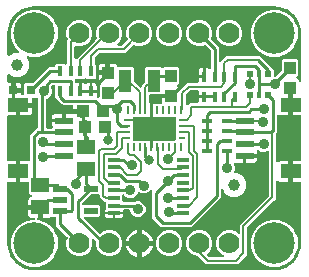
<source format=gbr>
G04 EAGLE Gerber RS-274X export*
G75*
%MOMM*%
%FSLAX34Y34*%
%LPD*%
%INTop Copper*%
%IPPOS*%
%AMOC8*
5,1,8,0,0,1.08239X$1,22.5*%
G01*
%ADD10R,1.500000X1.240000*%
%ADD11R,1.200000X0.550000*%
%ADD12R,1.075000X1.000000*%
%ADD13R,0.450000X0.900000*%
%ADD14R,0.500000X0.500000*%
%ADD15R,0.400000X0.500000*%
%ADD16C,1.778000*%
%ADD17C,3.516000*%
%ADD18R,1.550000X0.600000*%
%ADD19R,1.800000X1.200000*%
%ADD20C,1.000000*%
%ADD21R,0.800000X0.800000*%
%ADD22R,0.250000X0.675000*%
%ADD23R,0.575000X0.250000*%
%ADD24R,1.000000X1.075000*%
%ADD25R,1.100000X1.900000*%
%ADD26R,0.990600X0.304800*%
%ADD27R,0.900000X0.450000*%
%ADD28C,0.254000*%
%ADD29C,0.889000*%
%ADD30C,0.203200*%
%ADD31C,0.800100*%

G36*
X228644Y2547D02*
X228644Y2547D01*
X228680Y2544D01*
X232097Y2813D01*
X232255Y2848D01*
X232331Y2859D01*
X238831Y4971D01*
X239086Y5096D01*
X239100Y5109D01*
X239114Y5115D01*
X244643Y9133D01*
X244847Y9330D01*
X244856Y9346D01*
X244867Y9357D01*
X248885Y14886D01*
X249018Y15137D01*
X249022Y15156D01*
X249029Y15169D01*
X251141Y21669D01*
X251169Y21829D01*
X251187Y21903D01*
X251456Y25320D01*
X251453Y25365D01*
X251459Y25400D01*
X251459Y76744D01*
X251451Y76802D01*
X251453Y76860D01*
X251431Y76942D01*
X251419Y77026D01*
X251396Y77079D01*
X251381Y77135D01*
X251338Y77208D01*
X251303Y77285D01*
X251265Y77330D01*
X251236Y77380D01*
X251174Y77438D01*
X251120Y77502D01*
X251071Y77534D01*
X251028Y77574D01*
X250953Y77613D01*
X250883Y77660D01*
X250827Y77677D01*
X250775Y77704D01*
X250707Y77715D01*
X250612Y77745D01*
X250512Y77748D01*
X250444Y77759D01*
X244491Y77759D01*
X244491Y85284D01*
X244483Y85342D01*
X244484Y85400D01*
X244463Y85482D01*
X244451Y85565D01*
X244427Y85619D01*
X244413Y85675D01*
X244370Y85748D01*
X244335Y85825D01*
X244297Y85869D01*
X244267Y85920D01*
X244206Y85977D01*
X244151Y86042D01*
X244103Y86074D01*
X244060Y86114D01*
X243985Y86153D01*
X243915Y86199D01*
X243859Y86217D01*
X243807Y86244D01*
X243739Y86255D01*
X243644Y86285D01*
X243544Y86288D01*
X243476Y86299D01*
X241444Y86299D01*
X241386Y86291D01*
X241328Y86292D01*
X241246Y86271D01*
X241163Y86259D01*
X241109Y86235D01*
X241053Y86221D01*
X240980Y86178D01*
X240903Y86143D01*
X240858Y86105D01*
X240808Y86075D01*
X240750Y86014D01*
X240686Y85959D01*
X240654Y85911D01*
X240614Y85868D01*
X240575Y85793D01*
X240529Y85723D01*
X240511Y85667D01*
X240484Y85615D01*
X240473Y85547D01*
X240443Y85452D01*
X240440Y85352D01*
X240429Y85284D01*
X240429Y77759D01*
X233126Y77759D01*
X232479Y77932D01*
X231900Y78267D01*
X231794Y78372D01*
X231771Y78390D01*
X231752Y78413D01*
X231658Y78475D01*
X231567Y78543D01*
X231540Y78554D01*
X231515Y78570D01*
X231407Y78604D01*
X231302Y78645D01*
X231272Y78647D01*
X231244Y78656D01*
X231131Y78659D01*
X231018Y78668D01*
X230989Y78662D01*
X230960Y78663D01*
X230851Y78635D01*
X230740Y78612D01*
X230713Y78599D01*
X230685Y78591D01*
X230588Y78534D01*
X230487Y78481D01*
X230466Y78461D01*
X230441Y78446D01*
X230363Y78363D01*
X230281Y78286D01*
X230266Y78260D01*
X230246Y78239D01*
X230194Y78138D01*
X230137Y78040D01*
X230130Y78012D01*
X230117Y77986D01*
X230104Y77908D01*
X230067Y77765D01*
X230069Y77702D01*
X230061Y77655D01*
X230061Y63190D01*
X227978Y61107D01*
X227978Y61106D01*
X205784Y38913D01*
X205732Y38843D01*
X205672Y38779D01*
X205646Y38729D01*
X205613Y38685D01*
X205582Y38604D01*
X205542Y38526D01*
X205534Y38478D01*
X205512Y38420D01*
X205500Y38272D01*
X205487Y38195D01*
X205487Y15755D01*
X197478Y7746D01*
X170822Y7746D01*
X168739Y9829D01*
X168739Y9830D01*
X164389Y14180D01*
X164319Y14232D01*
X164255Y14292D01*
X164205Y14318D01*
X164161Y14351D01*
X164080Y14382D01*
X164002Y14422D01*
X163954Y14430D01*
X163896Y14452D01*
X163748Y14464D01*
X163671Y14477D01*
X162927Y14477D01*
X158913Y16140D01*
X155840Y19213D01*
X154177Y23227D01*
X154177Y27573D01*
X155840Y31587D01*
X158913Y34660D01*
X162927Y36323D01*
X167273Y36323D01*
X171287Y34660D01*
X174360Y31587D01*
X176023Y27573D01*
X176023Y23227D01*
X174360Y19213D01*
X171887Y16740D01*
X171852Y16693D01*
X171810Y16653D01*
X171767Y16580D01*
X171716Y16513D01*
X171695Y16458D01*
X171666Y16408D01*
X171645Y16326D01*
X171615Y16247D01*
X171610Y16189D01*
X171596Y16132D01*
X171599Y16048D01*
X171592Y15964D01*
X171603Y15907D01*
X171605Y15848D01*
X171631Y15768D01*
X171647Y15685D01*
X171674Y15633D01*
X171692Y15578D01*
X171732Y15521D01*
X171778Y15433D01*
X171847Y15360D01*
X171887Y15304D01*
X173050Y14141D01*
X173120Y14089D01*
X173184Y14029D01*
X173234Y14003D01*
X173278Y13970D01*
X173359Y13939D01*
X173437Y13899D01*
X173485Y13891D01*
X173543Y13869D01*
X173691Y13857D01*
X173768Y13844D01*
X184753Y13844D01*
X184838Y13856D01*
X184924Y13858D01*
X184978Y13876D01*
X185034Y13884D01*
X185113Y13919D01*
X185195Y13945D01*
X185242Y13977D01*
X185294Y14000D01*
X185359Y14055D01*
X185431Y14103D01*
X185467Y14147D01*
X185511Y14183D01*
X185558Y14255D01*
X185614Y14321D01*
X185637Y14373D01*
X185668Y14420D01*
X185694Y14502D01*
X185729Y14581D01*
X185737Y14637D01*
X185754Y14691D01*
X185756Y14777D01*
X185768Y14862D01*
X185760Y14918D01*
X185761Y14975D01*
X185740Y15058D01*
X185727Y15144D01*
X185704Y15195D01*
X185690Y15250D01*
X185646Y15324D01*
X185610Y15403D01*
X185573Y15446D01*
X185544Y15495D01*
X185482Y15554D01*
X185426Y15619D01*
X185384Y15645D01*
X185337Y15689D01*
X185208Y15755D01*
X185141Y15797D01*
X184313Y16140D01*
X181240Y19213D01*
X179577Y23227D01*
X179577Y27573D01*
X181240Y31587D01*
X184313Y34660D01*
X188327Y36323D01*
X192673Y36323D01*
X196687Y34660D01*
X197656Y33691D01*
X197680Y33673D01*
X197699Y33651D01*
X197793Y33588D01*
X197883Y33520D01*
X197911Y33510D01*
X197935Y33493D01*
X198043Y33459D01*
X198149Y33419D01*
X198178Y33416D01*
X198206Y33408D01*
X198320Y33405D01*
X198432Y33395D01*
X198461Y33401D01*
X198490Y33400D01*
X198600Y33429D01*
X198711Y33451D01*
X198737Y33465D01*
X198765Y33472D01*
X198863Y33530D01*
X198963Y33582D01*
X198985Y33602D01*
X199010Y33617D01*
X199087Y33700D01*
X199169Y33778D01*
X199184Y33803D01*
X199204Y33825D01*
X199256Y33926D01*
X199313Y34023D01*
X199320Y34052D01*
X199334Y34078D01*
X199347Y34155D01*
X199383Y34299D01*
X199381Y34361D01*
X199389Y34409D01*
X199389Y41141D01*
X223666Y65418D01*
X223719Y65488D01*
X223779Y65552D01*
X223804Y65601D01*
X223837Y65645D01*
X223868Y65727D01*
X223908Y65805D01*
X223916Y65852D01*
X223939Y65911D01*
X223951Y66058D01*
X223964Y66136D01*
X223964Y102530D01*
X223948Y102644D01*
X223938Y102758D01*
X223928Y102784D01*
X223924Y102812D01*
X223877Y102916D01*
X223836Y103023D01*
X223819Y103046D01*
X223808Y103071D01*
X223734Y103159D01*
X223664Y103250D01*
X223642Y103267D01*
X223624Y103288D01*
X223529Y103352D01*
X223436Y103420D01*
X223411Y103430D01*
X223387Y103446D01*
X223278Y103480D01*
X223170Y103521D01*
X223143Y103523D01*
X223116Y103531D01*
X223002Y103534D01*
X222887Y103543D01*
X222863Y103538D01*
X222832Y103539D01*
X222575Y103472D01*
X222560Y103468D01*
X220808Y102742D01*
X218231Y102742D01*
X215850Y103728D01*
X215261Y104318D01*
X215245Y104329D01*
X215233Y104345D01*
X215132Y104415D01*
X215034Y104488D01*
X215016Y104495D01*
X214999Y104507D01*
X214883Y104546D01*
X214768Y104590D01*
X214749Y104591D01*
X214730Y104598D01*
X214608Y104603D01*
X214485Y104613D01*
X214466Y104609D01*
X214446Y104610D01*
X214327Y104582D01*
X214206Y104557D01*
X214189Y104548D01*
X214170Y104544D01*
X214063Y104483D01*
X213954Y104426D01*
X213940Y104413D01*
X213923Y104403D01*
X213837Y104315D01*
X213748Y104231D01*
X213738Y104214D01*
X213724Y104200D01*
X213666Y104091D01*
X213604Y103985D01*
X213599Y103966D01*
X213590Y103949D01*
X213564Y103828D01*
X213534Y103710D01*
X213535Y103690D01*
X213530Y103671D01*
X213537Y103597D01*
X213543Y103426D01*
X213559Y103377D01*
X213563Y103337D01*
X213751Y102634D01*
X213751Y100799D01*
X203944Y100799D01*
X203886Y100791D01*
X203828Y100793D01*
X203746Y100771D01*
X203663Y100759D01*
X203609Y100736D01*
X203553Y100721D01*
X203480Y100678D01*
X203403Y100643D01*
X203359Y100605D01*
X203308Y100576D01*
X203251Y100514D01*
X203186Y100460D01*
X203154Y100411D01*
X203114Y100368D01*
X203075Y100293D01*
X203029Y100223D01*
X203011Y100167D01*
X202984Y100115D01*
X202973Y100047D01*
X202943Y99952D01*
X202940Y99852D01*
X202936Y99825D01*
X202918Y99823D01*
X202860Y99824D01*
X202778Y99803D01*
X202694Y99791D01*
X202641Y99767D01*
X202585Y99753D01*
X202512Y99709D01*
X202435Y99675D01*
X202390Y99637D01*
X202340Y99607D01*
X202282Y99546D01*
X202218Y99491D01*
X202186Y99443D01*
X202146Y99400D01*
X202107Y99325D01*
X202060Y99255D01*
X202043Y99199D01*
X202016Y99147D01*
X202005Y99079D01*
X201975Y98984D01*
X201972Y98884D01*
X201961Y98816D01*
X201961Y93759D01*
X195375Y93759D01*
X195360Y93763D01*
X195255Y93776D01*
X195152Y93797D01*
X195115Y93793D01*
X195078Y93798D01*
X194974Y93781D01*
X194869Y93772D01*
X194834Y93759D01*
X194797Y93753D01*
X194702Y93708D01*
X194604Y93670D01*
X194574Y93647D01*
X194540Y93632D01*
X194461Y93562D01*
X194377Y93498D01*
X194354Y93468D01*
X194326Y93444D01*
X194270Y93355D01*
X194207Y93271D01*
X194193Y93236D01*
X194173Y93204D01*
X194143Y93103D01*
X194106Y93005D01*
X194103Y92968D01*
X194093Y92932D01*
X194092Y92826D01*
X194084Y92721D01*
X194091Y92689D01*
X194091Y92647D01*
X194145Y92454D01*
X194159Y92394D01*
X195073Y90188D01*
X195073Y87612D01*
X194544Y86335D01*
X194515Y86223D01*
X194480Y86114D01*
X194480Y86086D01*
X194473Y86059D01*
X194476Y85945D01*
X194473Y85830D01*
X194480Y85803D01*
X194481Y85775D01*
X194516Y85666D01*
X194545Y85555D01*
X194559Y85531D01*
X194568Y85504D01*
X194632Y85409D01*
X194690Y85310D01*
X194710Y85291D01*
X194726Y85268D01*
X194814Y85194D01*
X194898Y85116D01*
X194922Y85103D01*
X194943Y85085D01*
X195048Y85039D01*
X195151Y84986D01*
X195175Y84982D01*
X195203Y84970D01*
X195467Y84933D01*
X195482Y84931D01*
X196990Y84931D01*
X201631Y82251D01*
X204311Y77610D01*
X204311Y72250D01*
X201631Y67609D01*
X196990Y64929D01*
X191630Y64929D01*
X186989Y67609D01*
X184902Y71223D01*
X184890Y71239D01*
X184882Y71257D01*
X184803Y71350D01*
X184727Y71447D01*
X184711Y71459D01*
X184698Y71474D01*
X184596Y71542D01*
X184497Y71614D01*
X184478Y71620D01*
X184462Y71631D01*
X184345Y71668D01*
X184229Y71710D01*
X184209Y71711D01*
X184191Y71717D01*
X184068Y71720D01*
X183945Y71728D01*
X183926Y71724D01*
X183907Y71724D01*
X183788Y71693D01*
X183668Y71667D01*
X183650Y71657D01*
X183632Y71652D01*
X183526Y71590D01*
X183418Y71531D01*
X183404Y71517D01*
X183387Y71507D01*
X183303Y71418D01*
X183216Y71331D01*
X183206Y71314D01*
X183193Y71300D01*
X183137Y71190D01*
X183077Y71083D01*
X183072Y71064D01*
X183063Y71047D01*
X183051Y70974D01*
X183012Y70806D01*
X183014Y70755D01*
X183008Y70716D01*
X183008Y64037D01*
X158213Y39242D01*
X132617Y39242D01*
X124967Y46892D01*
X124967Y69587D01*
X124963Y69616D01*
X124966Y69646D01*
X124943Y69757D01*
X124927Y69869D01*
X124915Y69896D01*
X124910Y69924D01*
X124857Y70025D01*
X124811Y70128D01*
X124792Y70151D01*
X124779Y70177D01*
X124701Y70259D01*
X124628Y70345D01*
X124603Y70362D01*
X124583Y70383D01*
X124485Y70440D01*
X124391Y70503D01*
X124363Y70512D01*
X124338Y70527D01*
X124228Y70554D01*
X124120Y70589D01*
X124090Y70589D01*
X124062Y70597D01*
X123949Y70593D01*
X123836Y70596D01*
X123807Y70589D01*
X123778Y70588D01*
X123670Y70553D01*
X123561Y70524D01*
X123535Y70509D01*
X123507Y70500D01*
X123443Y70454D01*
X123316Y70379D01*
X123273Y70333D01*
X123234Y70305D01*
X121732Y68803D01*
X119351Y67817D01*
X116775Y67817D01*
X114343Y68824D01*
X114299Y68861D01*
X114274Y68872D01*
X114252Y68889D01*
X114145Y68930D01*
X114040Y68977D01*
X114012Y68980D01*
X113986Y68990D01*
X113872Y69000D01*
X113758Y69015D01*
X113731Y69012D01*
X113703Y69014D01*
X113590Y68991D01*
X113477Y68975D01*
X113452Y68963D01*
X113424Y68958D01*
X113322Y68905D01*
X113218Y68858D01*
X113197Y68840D01*
X113172Y68827D01*
X113089Y68748D01*
X113001Y68673D01*
X112988Y68652D01*
X112966Y68631D01*
X112830Y68400D01*
X112823Y68389D01*
X112172Y66816D01*
X110349Y64993D01*
X107968Y64007D01*
X105392Y64007D01*
X103011Y64993D01*
X101461Y66543D01*
X101437Y66561D01*
X101418Y66583D01*
X101324Y66646D01*
X101234Y66714D01*
X101206Y66725D01*
X101182Y66741D01*
X101074Y66775D01*
X100968Y66815D01*
X100939Y66818D01*
X100911Y66827D01*
X100797Y66830D01*
X100685Y66839D01*
X100656Y66833D01*
X100627Y66834D01*
X100517Y66805D01*
X100406Y66783D01*
X100380Y66769D01*
X100352Y66762D01*
X100254Y66704D01*
X100154Y66652D01*
X100132Y66632D01*
X100107Y66617D01*
X100030Y66534D01*
X99948Y66456D01*
X99933Y66431D01*
X99913Y66410D01*
X99861Y66309D01*
X99804Y66211D01*
X99797Y66183D01*
X99783Y66156D01*
X99770Y66079D01*
X99734Y65935D01*
X99736Y65873D01*
X99728Y65825D01*
X99728Y61728D01*
X99736Y61670D01*
X99734Y61612D01*
X99756Y61530D01*
X99768Y61446D01*
X99791Y61393D01*
X99806Y61337D01*
X99849Y61264D01*
X99884Y61187D01*
X99922Y61142D01*
X99951Y61092D01*
X100013Y61034D01*
X100067Y60970D01*
X100116Y60938D01*
X100159Y60898D01*
X100234Y60859D01*
X100304Y60812D01*
X100360Y60795D01*
X100412Y60768D01*
X100480Y60757D01*
X100575Y60727D01*
X100675Y60724D01*
X100743Y60713D01*
X110941Y60713D01*
X110971Y60717D01*
X111002Y60715D01*
X111079Y60732D01*
X111222Y60753D01*
X111281Y60779D01*
X111329Y60790D01*
X111742Y60961D01*
X114318Y60961D01*
X116699Y59975D01*
X118522Y58152D01*
X119508Y55771D01*
X119508Y53195D01*
X118522Y50814D01*
X116699Y48991D01*
X114318Y48005D01*
X111742Y48005D01*
X109361Y48991D01*
X107538Y50814D01*
X106544Y53215D01*
X106524Y53290D01*
X106512Y53374D01*
X106489Y53427D01*
X106474Y53483D01*
X106431Y53556D01*
X106396Y53633D01*
X106358Y53678D01*
X106329Y53728D01*
X106267Y53786D01*
X106213Y53850D01*
X106164Y53882D01*
X106121Y53922D01*
X106046Y53961D01*
X105976Y54008D01*
X105920Y54025D01*
X105868Y54052D01*
X105800Y54063D01*
X105705Y54093D01*
X105605Y54096D01*
X105537Y54107D01*
X101200Y54107D01*
X101152Y54100D01*
X101103Y54103D01*
X101012Y54081D01*
X100919Y54067D01*
X100874Y54047D01*
X100827Y54036D01*
X100745Y53990D01*
X100659Y53951D01*
X100622Y53920D01*
X100580Y53896D01*
X100514Y53828D01*
X100442Y53768D01*
X100415Y53727D01*
X100381Y53692D01*
X100337Y53609D01*
X100285Y53531D01*
X100270Y53484D01*
X100247Y53441D01*
X100227Y53349D01*
X100199Y53260D01*
X100198Y53211D01*
X100187Y53163D01*
X100194Y53089D01*
X100192Y52976D01*
X100213Y52892D01*
X100219Y52829D01*
X100236Y52768D01*
X100236Y51925D01*
X92742Y51925D01*
X85248Y51925D01*
X85248Y52768D01*
X85421Y53415D01*
X85751Y53985D01*
X85776Y54049D01*
X85811Y54107D01*
X85829Y54180D01*
X85857Y54249D01*
X85864Y54317D01*
X85881Y54383D01*
X85879Y54458D01*
X85886Y54532D01*
X85874Y54599D01*
X85872Y54667D01*
X85849Y54738D01*
X85836Y54811D01*
X85805Y54873D01*
X85784Y54938D01*
X85756Y54977D01*
X85756Y59846D01*
X85748Y59904D01*
X85750Y59962D01*
X85728Y60044D01*
X85716Y60128D01*
X85693Y60181D01*
X85678Y60237D01*
X85635Y60310D01*
X85600Y60387D01*
X85562Y60432D01*
X85533Y60482D01*
X85471Y60540D01*
X85417Y60604D01*
X85368Y60636D01*
X85325Y60676D01*
X85250Y60715D01*
X85180Y60762D01*
X85124Y60779D01*
X85072Y60806D01*
X85004Y60817D01*
X84909Y60847D01*
X84809Y60850D01*
X84741Y60861D01*
X84494Y60861D01*
X80803Y64552D01*
X80803Y65932D01*
X80795Y65990D01*
X80797Y66048D01*
X80775Y66130D01*
X80763Y66214D01*
X80740Y66267D01*
X80725Y66323D01*
X80682Y66396D01*
X80647Y66473D01*
X80609Y66518D01*
X80580Y66568D01*
X80518Y66626D01*
X80464Y66690D01*
X80415Y66722D01*
X80372Y66762D01*
X80297Y66801D01*
X80227Y66848D01*
X80171Y66865D01*
X80119Y66892D01*
X80051Y66903D01*
X79956Y66933D01*
X79856Y66936D01*
X79788Y66947D01*
X73635Y66947D01*
X73548Y66935D01*
X73461Y66932D01*
X73408Y66915D01*
X73353Y66907D01*
X73273Y66872D01*
X73190Y66845D01*
X73151Y66817D01*
X73094Y66791D01*
X72980Y66695D01*
X72917Y66650D01*
X66354Y60087D01*
X66345Y60075D01*
X66339Y60070D01*
X66325Y60048D01*
X66302Y60018D01*
X66242Y59954D01*
X66216Y59904D01*
X66183Y59860D01*
X66152Y59778D01*
X66112Y59700D01*
X66104Y59653D01*
X66082Y59594D01*
X66070Y59447D01*
X66057Y59369D01*
X66057Y58528D01*
X66065Y58470D01*
X66063Y58412D01*
X66085Y58330D01*
X66097Y58246D01*
X66120Y58193D01*
X66135Y58137D01*
X66178Y58064D01*
X66213Y57987D01*
X66251Y57942D01*
X66280Y57892D01*
X66342Y57834D01*
X66396Y57770D01*
X66445Y57738D01*
X66488Y57698D01*
X66563Y57659D01*
X66633Y57612D01*
X66689Y57595D01*
X66741Y57568D01*
X66809Y57557D01*
X66904Y57527D01*
X67004Y57524D01*
X67072Y57513D01*
X80168Y57513D01*
X81359Y56322D01*
X81359Y49138D01*
X80168Y47947D01*
X68636Y47947D01*
X68607Y47943D01*
X68577Y47946D01*
X68466Y47923D01*
X68354Y47907D01*
X68328Y47895D01*
X68299Y47890D01*
X68198Y47838D01*
X68095Y47791D01*
X68072Y47772D01*
X68046Y47759D01*
X67964Y47681D01*
X67878Y47608D01*
X67862Y47583D01*
X67840Y47563D01*
X67783Y47465D01*
X67720Y47371D01*
X67711Y47343D01*
X67697Y47318D01*
X67669Y47208D01*
X67634Y47100D01*
X67634Y47070D01*
X67627Y47042D01*
X67630Y46929D01*
X67627Y46816D01*
X67635Y46787D01*
X67636Y46758D01*
X67670Y46650D01*
X67699Y46541D01*
X67714Y46515D01*
X67723Y46487D01*
X67769Y46424D01*
X67844Y46296D01*
X67890Y46253D01*
X67918Y46214D01*
X80375Y33757D01*
X80421Y33722D01*
X80462Y33680D01*
X80534Y33637D01*
X80602Y33587D01*
X80656Y33566D01*
X80707Y33536D01*
X80789Y33515D01*
X80867Y33485D01*
X80926Y33480D01*
X80982Y33466D01*
X81067Y33469D01*
X81151Y33462D01*
X81208Y33473D01*
X81267Y33475D01*
X81347Y33501D01*
X81429Y33518D01*
X81481Y33545D01*
X81537Y33563D01*
X81593Y33603D01*
X81682Y33649D01*
X81754Y33717D01*
X81810Y33757D01*
X82713Y34660D01*
X86727Y36323D01*
X91073Y36323D01*
X95087Y34660D01*
X98160Y31587D01*
X99823Y27573D01*
X99823Y23227D01*
X98160Y19213D01*
X95087Y16140D01*
X91073Y14477D01*
X86727Y14477D01*
X82713Y16140D01*
X79640Y19213D01*
X77977Y23227D01*
X77977Y26393D01*
X77965Y26479D01*
X77962Y26567D01*
X77945Y26619D01*
X77937Y26674D01*
X77902Y26754D01*
X77875Y26837D01*
X77847Y26876D01*
X77821Y26934D01*
X77725Y27047D01*
X77680Y27111D01*
X76055Y28735D01*
X75987Y28787D01*
X75924Y28846D01*
X75874Y28872D01*
X75828Y28906D01*
X75748Y28937D01*
X75671Y28976D01*
X75616Y28987D01*
X75563Y29007D01*
X75477Y29014D01*
X75393Y29031D01*
X75336Y29026D01*
X75279Y29031D01*
X75195Y29014D01*
X75109Y29007D01*
X75056Y28986D01*
X75000Y28975D01*
X74924Y28935D01*
X74844Y28904D01*
X74799Y28870D01*
X74748Y28844D01*
X74686Y28785D01*
X74617Y28733D01*
X74583Y28687D01*
X74542Y28648D01*
X74499Y28574D01*
X74447Y28505D01*
X74427Y28452D01*
X74398Y28403D01*
X74377Y28320D01*
X74347Y28239D01*
X74342Y28182D01*
X74328Y28127D01*
X74331Y28041D01*
X74324Y27956D01*
X74335Y27908D01*
X74337Y27843D01*
X74382Y27705D01*
X74400Y27629D01*
X74423Y27573D01*
X74423Y23227D01*
X72760Y19213D01*
X69687Y16140D01*
X65673Y14477D01*
X61327Y14477D01*
X57313Y16140D01*
X54240Y19213D01*
X52577Y23227D01*
X52577Y27573D01*
X53512Y29830D01*
X53513Y29832D01*
X53514Y29833D01*
X53548Y29966D01*
X53583Y30106D01*
X53583Y30107D01*
X53584Y30109D01*
X53579Y30250D01*
X53575Y30390D01*
X53575Y30391D01*
X53575Y30393D01*
X53531Y30527D01*
X53489Y30661D01*
X53488Y30662D01*
X53487Y30663D01*
X53478Y30676D01*
X53330Y30897D01*
X53307Y30916D01*
X53292Y30937D01*
X44021Y40208D01*
X44021Y46932D01*
X44013Y46990D01*
X44015Y47048D01*
X43993Y47130D01*
X43981Y47214D01*
X43958Y47267D01*
X43943Y47323D01*
X43900Y47396D01*
X43865Y47473D01*
X43827Y47518D01*
X43798Y47568D01*
X43736Y47626D01*
X43682Y47690D01*
X43633Y47722D01*
X43590Y47762D01*
X43515Y47801D01*
X43445Y47848D01*
X43389Y47865D01*
X43337Y47892D01*
X43269Y47903D01*
X43174Y47933D01*
X43074Y47936D01*
X43006Y47947D01*
X40236Y47947D01*
X40149Y47935D01*
X40062Y47932D01*
X40009Y47915D01*
X39954Y47907D01*
X39875Y47872D01*
X39791Y47845D01*
X39752Y47817D01*
X39695Y47791D01*
X39584Y47697D01*
X38961Y47337D01*
X38314Y47164D01*
X32511Y47164D01*
X32511Y54889D01*
X32503Y54947D01*
X32504Y55005D01*
X32483Y55087D01*
X32471Y55170D01*
X32447Y55224D01*
X32433Y55280D01*
X32390Y55353D01*
X32355Y55430D01*
X32317Y55474D01*
X32287Y55525D01*
X32226Y55582D01*
X32171Y55647D01*
X32123Y55679D01*
X32080Y55719D01*
X32005Y55758D01*
X31935Y55804D01*
X31879Y55822D01*
X31827Y55849D01*
X31759Y55860D01*
X31664Y55890D01*
X31564Y55893D01*
X31496Y55904D01*
X30479Y55904D01*
X30479Y56921D01*
X30471Y56979D01*
X30472Y57037D01*
X30451Y57119D01*
X30439Y57202D01*
X30415Y57256D01*
X30401Y57312D01*
X30358Y57385D01*
X30323Y57462D01*
X30285Y57506D01*
X30255Y57557D01*
X30194Y57614D01*
X30139Y57679D01*
X30091Y57711D01*
X30048Y57751D01*
X29973Y57790D01*
X29903Y57836D01*
X29847Y57854D01*
X29795Y57881D01*
X29727Y57892D01*
X29632Y57922D01*
X29532Y57925D01*
X29464Y57936D01*
X20439Y57936D01*
X20439Y62439D01*
X20612Y63086D01*
X20947Y63665D01*
X21420Y64138D01*
X21999Y64473D01*
X22760Y64676D01*
X22769Y64680D01*
X22779Y64682D01*
X22899Y64736D01*
X23021Y64788D01*
X23029Y64794D01*
X23038Y64798D01*
X23139Y64883D01*
X23242Y64967D01*
X23248Y64975D01*
X23255Y64982D01*
X23328Y65092D01*
X23404Y65201D01*
X23407Y65210D01*
X23413Y65218D01*
X23453Y65344D01*
X23495Y65470D01*
X23495Y65480D01*
X23498Y65489D01*
X23502Y65622D01*
X23508Y65754D01*
X23505Y65764D01*
X23506Y65773D01*
X23472Y65901D01*
X23441Y66030D01*
X23436Y66039D01*
X23434Y66048D01*
X23367Y66162D01*
X23301Y66278D01*
X23294Y66284D01*
X23289Y66293D01*
X23192Y66384D01*
X23097Y66476D01*
X23089Y66481D01*
X23081Y66487D01*
X22963Y66548D01*
X22847Y66610D01*
X22837Y66612D01*
X22828Y66617D01*
X22772Y66626D01*
X22569Y66670D01*
X22533Y66666D01*
X22497Y66672D01*
X22138Y66672D01*
X20947Y67863D01*
X20947Y76744D01*
X20939Y76802D01*
X20941Y76860D01*
X20919Y76942D01*
X20907Y77026D01*
X20884Y77079D01*
X20869Y77135D01*
X20826Y77208D01*
X20791Y77285D01*
X20753Y77330D01*
X20724Y77380D01*
X20662Y77438D01*
X20608Y77502D01*
X20559Y77534D01*
X20516Y77574D01*
X20441Y77613D01*
X20371Y77660D01*
X20315Y77677D01*
X20263Y77704D01*
X20195Y77715D01*
X20100Y77745D01*
X20000Y77748D01*
X19932Y77759D01*
X13571Y77759D01*
X13571Y85284D01*
X13563Y85342D01*
X13564Y85400D01*
X13543Y85482D01*
X13531Y85565D01*
X13507Y85619D01*
X13493Y85675D01*
X13450Y85748D01*
X13415Y85825D01*
X13377Y85869D01*
X13347Y85920D01*
X13286Y85977D01*
X13231Y86042D01*
X13183Y86074D01*
X13140Y86114D01*
X13065Y86153D01*
X12995Y86199D01*
X12939Y86217D01*
X12887Y86244D01*
X12819Y86255D01*
X12724Y86285D01*
X12624Y86288D01*
X12556Y86299D01*
X10524Y86299D01*
X10466Y86291D01*
X10408Y86292D01*
X10326Y86271D01*
X10243Y86259D01*
X10189Y86235D01*
X10133Y86221D01*
X10060Y86178D01*
X9983Y86143D01*
X9938Y86105D01*
X9888Y86075D01*
X9830Y86014D01*
X9766Y85959D01*
X9734Y85911D01*
X9694Y85868D01*
X9655Y85793D01*
X9609Y85723D01*
X9591Y85667D01*
X9564Y85615D01*
X9553Y85547D01*
X9523Y85452D01*
X9520Y85352D01*
X9509Y85284D01*
X9509Y77759D01*
X3556Y77759D01*
X3498Y77751D01*
X3440Y77753D01*
X3358Y77731D01*
X3275Y77719D01*
X3221Y77696D01*
X3165Y77681D01*
X3092Y77638D01*
X3015Y77603D01*
X2970Y77565D01*
X2920Y77536D01*
X2862Y77474D01*
X2798Y77420D01*
X2766Y77371D01*
X2726Y77328D01*
X2687Y77253D01*
X2641Y77183D01*
X2623Y77127D01*
X2596Y77075D01*
X2585Y77007D01*
X2555Y76912D01*
X2552Y76812D01*
X2541Y76744D01*
X2541Y25400D01*
X2547Y25356D01*
X2544Y25320D01*
X2813Y21903D01*
X2848Y21745D01*
X2859Y21669D01*
X4971Y15169D01*
X5096Y14914D01*
X5109Y14900D01*
X5115Y14886D01*
X9133Y9357D01*
X9330Y9153D01*
X9346Y9144D01*
X9357Y9133D01*
X14886Y5115D01*
X15137Y4982D01*
X15156Y4978D01*
X15169Y4971D01*
X21669Y2859D01*
X21829Y2831D01*
X21903Y2813D01*
X25320Y2544D01*
X25365Y2547D01*
X25400Y2541D01*
X228600Y2541D01*
X228644Y2547D01*
G37*
G36*
X79669Y148402D02*
X79669Y148402D01*
X79698Y148401D01*
X79808Y148430D01*
X79919Y148452D01*
X79945Y148465D01*
X79973Y148473D01*
X80071Y148531D01*
X80171Y148583D01*
X80193Y148603D01*
X80218Y148618D01*
X80295Y148701D01*
X80377Y148779D01*
X80392Y148804D01*
X80412Y148825D01*
X80464Y148926D01*
X80521Y149024D01*
X80528Y149052D01*
X80542Y149078D01*
X80555Y149156D01*
X80591Y149299D01*
X80589Y149362D01*
X80597Y149410D01*
X80597Y159007D01*
X81974Y160384D01*
X82004Y160423D01*
X82040Y160456D01*
X82089Y160536D01*
X82145Y160611D01*
X82163Y160657D01*
X82188Y160698D01*
X82213Y160789D01*
X82246Y160877D01*
X82251Y160926D01*
X82263Y160973D01*
X82262Y161067D01*
X82270Y161160D01*
X82260Y161208D01*
X82260Y161257D01*
X82233Y161347D01*
X82214Y161439D01*
X82192Y161482D01*
X82178Y161529D01*
X82127Y161608D01*
X82083Y161691D01*
X82050Y161727D01*
X82023Y161768D01*
X81966Y161815D01*
X81887Y161897D01*
X81812Y161941D01*
X81764Y161981D01*
X81070Y162382D01*
X80597Y162855D01*
X80262Y163434D01*
X80089Y164081D01*
X80089Y167759D01*
X86614Y167759D01*
X86672Y167767D01*
X86730Y167765D01*
X86812Y167787D01*
X86895Y167799D01*
X86949Y167823D01*
X87005Y167837D01*
X87078Y167880D01*
X87155Y167915D01*
X87199Y167953D01*
X87250Y167983D01*
X87307Y168044D01*
X87372Y168099D01*
X87404Y168147D01*
X87444Y168190D01*
X87483Y168265D01*
X87529Y168335D01*
X87547Y168391D01*
X87574Y168443D01*
X87585Y168511D01*
X87615Y168606D01*
X87618Y168706D01*
X87629Y168774D01*
X87629Y169791D01*
X88646Y169791D01*
X88704Y169799D01*
X88762Y169798D01*
X88844Y169819D01*
X88927Y169831D01*
X88981Y169855D01*
X89037Y169869D01*
X89110Y169912D01*
X89187Y169947D01*
X89231Y169985D01*
X89282Y170015D01*
X89339Y170076D01*
X89404Y170131D01*
X89436Y170179D01*
X89476Y170222D01*
X89515Y170297D01*
X89561Y170367D01*
X89579Y170423D01*
X89606Y170475D01*
X89617Y170543D01*
X89647Y170638D01*
X89650Y170738D01*
X89661Y170806D01*
X89661Y177706D01*
X92964Y177706D01*
X93611Y177533D01*
X94190Y177198D01*
X94663Y176725D01*
X94998Y176146D01*
X95176Y175480D01*
X95203Y175417D01*
X95220Y175352D01*
X95258Y175287D01*
X95287Y175219D01*
X95330Y175166D01*
X95365Y175107D01*
X95419Y175056D01*
X95467Y174998D01*
X95523Y174959D01*
X95572Y174913D01*
X95639Y174879D01*
X95700Y174836D01*
X95765Y174814D01*
X95825Y174783D01*
X95887Y174773D01*
X95970Y174745D01*
X96083Y174740D01*
X96157Y174728D01*
X108642Y174728D01*
X109833Y173537D01*
X109833Y162869D01*
X109845Y162783D01*
X109848Y162695D01*
X109865Y162643D01*
X109873Y162588D01*
X109908Y162508D01*
X109935Y162425D01*
X109963Y162386D01*
X109989Y162328D01*
X110085Y162215D01*
X110130Y162151D01*
X114718Y157563D01*
X114742Y157546D01*
X114761Y157523D01*
X114855Y157461D01*
X114945Y157393D01*
X114973Y157382D01*
X114997Y157366D01*
X115105Y157332D01*
X115211Y157291D01*
X115240Y157289D01*
X115268Y157280D01*
X115382Y157277D01*
X115494Y157268D01*
X115523Y157273D01*
X115552Y157273D01*
X115662Y157301D01*
X115773Y157324D01*
X115799Y157337D01*
X115827Y157345D01*
X115925Y157402D01*
X116025Y157455D01*
X116047Y157475D01*
X116072Y157490D01*
X116149Y157572D01*
X116231Y157650D01*
X116246Y157676D01*
X116266Y157697D01*
X116318Y157798D01*
X116375Y157896D01*
X116382Y157924D01*
X116396Y157950D01*
X116409Y158028D01*
X116445Y158171D01*
X116443Y158234D01*
X116451Y158281D01*
X116451Y158928D01*
X118470Y160946D01*
X118522Y161016D01*
X118582Y161080D01*
X118608Y161130D01*
X118641Y161174D01*
X118672Y161255D01*
X118712Y161333D01*
X118720Y161381D01*
X118742Y161439D01*
X118754Y161587D01*
X118767Y161664D01*
X118767Y173537D01*
X119958Y174728D01*
X132642Y174728D01*
X133202Y174168D01*
X133249Y174133D01*
X133289Y174090D01*
X133362Y174047D01*
X133429Y173997D01*
X133484Y173976D01*
X133534Y173946D01*
X133616Y173925D01*
X133695Y173895D01*
X133753Y173891D01*
X133810Y173876D01*
X133894Y173879D01*
X133978Y173872D01*
X134036Y173883D01*
X134094Y173885D01*
X134174Y173911D01*
X134257Y173928D01*
X134309Y173955D01*
X134365Y173973D01*
X134421Y174013D01*
X134509Y174059D01*
X134582Y174127D01*
X134638Y174168D01*
X135128Y174658D01*
X146812Y174658D01*
X148003Y173467D01*
X148003Y161033D01*
X146626Y159656D01*
X146596Y159617D01*
X146560Y159584D01*
X146511Y159504D01*
X146455Y159429D01*
X146437Y159383D01*
X146412Y159342D01*
X146387Y159251D01*
X146354Y159163D01*
X146349Y159114D01*
X146337Y159067D01*
X146338Y158973D01*
X146330Y158880D01*
X146340Y158832D01*
X146340Y158783D01*
X146367Y158693D01*
X146386Y158601D01*
X146408Y158558D01*
X146422Y158511D01*
X146473Y158432D01*
X146517Y158349D01*
X146550Y158313D01*
X146577Y158272D01*
X146634Y158225D01*
X146713Y158143D01*
X146788Y158099D01*
X146836Y158059D01*
X147530Y157658D01*
X148003Y157185D01*
X148383Y156526D01*
X148387Y156520D01*
X148427Y156425D01*
X148452Y156394D01*
X148470Y156360D01*
X148541Y156285D01*
X148606Y156204D01*
X148639Y156182D01*
X148666Y156154D01*
X148755Y156101D01*
X148840Y156042D01*
X148877Y156030D01*
X148911Y156010D01*
X149011Y155984D01*
X149109Y155951D01*
X149149Y155949D01*
X149187Y155940D01*
X149290Y155943D01*
X149393Y155938D01*
X149432Y155948D01*
X149471Y155949D01*
X149569Y155981D01*
X149670Y156005D01*
X149704Y156024D01*
X149741Y156036D01*
X149804Y156081D01*
X149917Y156145D01*
X149969Y156199D01*
X150015Y156231D01*
X154947Y161164D01*
X163439Y161164D01*
X163497Y161172D01*
X163555Y161170D01*
X163637Y161192D01*
X163721Y161204D01*
X163774Y161227D01*
X163830Y161242D01*
X163903Y161285D01*
X163980Y161320D01*
X164025Y161358D01*
X164075Y161387D01*
X164133Y161449D01*
X164197Y161503D01*
X164229Y161552D01*
X164269Y161595D01*
X164308Y161670D01*
X164355Y161740D01*
X164372Y161796D01*
X164399Y161848D01*
X164410Y161916D01*
X164440Y162011D01*
X164443Y162111D01*
X164454Y162179D01*
X164454Y165491D01*
X169136Y165491D01*
X169194Y165499D01*
X169252Y165497D01*
X169334Y165519D01*
X169417Y165531D01*
X169471Y165554D01*
X169527Y165569D01*
X169600Y165612D01*
X169677Y165647D01*
X169721Y165685D01*
X169772Y165714D01*
X169829Y165776D01*
X169894Y165830D01*
X169926Y165879D01*
X169959Y165915D01*
X169990Y165933D01*
X170048Y165994D01*
X170112Y166049D01*
X170144Y166097D01*
X170184Y166140D01*
X170223Y166215D01*
X170270Y166285D01*
X170287Y166341D01*
X170314Y166393D01*
X170325Y166461D01*
X170355Y166556D01*
X170358Y166656D01*
X170369Y166724D01*
X170369Y173656D01*
X171829Y173656D01*
X172476Y173483D01*
X173055Y173148D01*
X173209Y172994D01*
X173233Y172976D01*
X173252Y172954D01*
X173346Y172891D01*
X173436Y172823D01*
X173464Y172813D01*
X173488Y172796D01*
X173596Y172762D01*
X173702Y172722D01*
X173731Y172719D01*
X173759Y172711D01*
X173872Y172708D01*
X173985Y172698D01*
X174014Y172704D01*
X174043Y172703D01*
X174153Y172732D01*
X174264Y172754D01*
X174290Y172768D01*
X174318Y172775D01*
X174415Y172833D01*
X174516Y172885D01*
X174538Y172905D01*
X174563Y172920D01*
X174640Y173003D01*
X174722Y173081D01*
X174737Y173106D01*
X174757Y173128D01*
X174809Y173228D01*
X174866Y173326D01*
X174873Y173355D01*
X174887Y173381D01*
X174900Y173458D01*
X174936Y173602D01*
X174934Y173664D01*
X174942Y173712D01*
X174942Y188266D01*
X174930Y188353D01*
X174927Y188440D01*
X174910Y188493D01*
X174902Y188548D01*
X174867Y188628D01*
X174840Y188711D01*
X174812Y188750D01*
X174786Y188807D01*
X174690Y188921D01*
X174645Y188984D01*
X170637Y192992D01*
X170636Y192993D01*
X170635Y192995D01*
X170519Y193081D01*
X170410Y193163D01*
X170408Y193164D01*
X170407Y193165D01*
X170273Y193215D01*
X170144Y193264D01*
X170142Y193265D01*
X170141Y193265D01*
X169996Y193277D01*
X169861Y193288D01*
X169859Y193288D01*
X169858Y193288D01*
X169842Y193284D01*
X169582Y193232D01*
X169555Y193218D01*
X169530Y193212D01*
X167273Y192277D01*
X162927Y192277D01*
X158913Y193940D01*
X155840Y197013D01*
X154177Y201027D01*
X154177Y205373D01*
X155840Y209387D01*
X158913Y212460D01*
X162927Y214123D01*
X167273Y214123D01*
X171287Y212460D01*
X174360Y209387D01*
X176023Y205373D01*
X176023Y201027D01*
X175088Y198770D01*
X175087Y198768D01*
X175086Y198767D01*
X175052Y198632D01*
X175017Y198494D01*
X175017Y198493D01*
X175016Y198491D01*
X175021Y198351D01*
X175025Y198210D01*
X175025Y198209D01*
X175025Y198207D01*
X175068Y198074D01*
X175111Y197939D01*
X175112Y197938D01*
X175113Y197937D01*
X175121Y197924D01*
X175270Y197703D01*
X175293Y197683D01*
X175308Y197663D01*
X181548Y191423D01*
X181548Y180055D01*
X181552Y180026D01*
X181549Y179997D01*
X181572Y179886D01*
X181588Y179774D01*
X181600Y179747D01*
X181605Y179718D01*
X181657Y179618D01*
X181704Y179514D01*
X181723Y179492D01*
X181736Y179466D01*
X181814Y179384D01*
X181887Y179297D01*
X181912Y179281D01*
X181932Y179260D01*
X182030Y179203D01*
X182124Y179140D01*
X182152Y179131D01*
X182177Y179116D01*
X182287Y179088D01*
X182395Y179054D01*
X182425Y179053D01*
X182453Y179046D01*
X182566Y179050D01*
X182679Y179047D01*
X182708Y179054D01*
X182737Y179055D01*
X182845Y179090D01*
X182954Y179119D01*
X182980Y179134D01*
X183008Y179143D01*
X183071Y179188D01*
X183199Y179264D01*
X183242Y179309D01*
X183281Y179337D01*
X187967Y184024D01*
X212587Y184024D01*
X212674Y184036D01*
X212761Y184039D01*
X212814Y184056D01*
X212869Y184064D01*
X212949Y184099D01*
X213032Y184126D01*
X213071Y184154D01*
X213128Y184180D01*
X213242Y184276D01*
X213244Y184278D01*
X215998Y184278D01*
X226426Y173850D01*
X226495Y173798D01*
X226522Y173772D01*
X227933Y172362D01*
X227933Y167513D01*
X227941Y167455D01*
X227939Y167397D01*
X227961Y167315D01*
X227973Y167231D01*
X227996Y167178D01*
X228011Y167122D01*
X228054Y167049D01*
X228089Y166972D01*
X228127Y166927D01*
X228156Y166877D01*
X228218Y166819D01*
X228272Y166755D01*
X228321Y166723D01*
X228364Y166683D01*
X228439Y166644D01*
X228509Y166597D01*
X228565Y166580D01*
X228617Y166553D01*
X228685Y166542D01*
X228780Y166512D01*
X228880Y166509D01*
X228948Y166498D01*
X229106Y166498D01*
X229193Y166510D01*
X229280Y166513D01*
X229333Y166530D01*
X229388Y166538D01*
X229468Y166573D01*
X229551Y166600D01*
X229590Y166628D01*
X229647Y166654D01*
X229761Y166750D01*
X229824Y166795D01*
X234605Y171576D01*
X234657Y171645D01*
X234717Y171709D01*
X234743Y171759D01*
X234776Y171803D01*
X234807Y171885D01*
X234847Y171963D01*
X234855Y172010D01*
X234877Y172069D01*
X234889Y172216D01*
X234902Y172294D01*
X234902Y180452D01*
X236093Y181643D01*
X247777Y181643D01*
X248968Y180452D01*
X248968Y168018D01*
X247591Y166641D01*
X247561Y166602D01*
X247525Y166569D01*
X247476Y166489D01*
X247420Y166414D01*
X247402Y166368D01*
X247377Y166327D01*
X247352Y166236D01*
X247319Y166148D01*
X247314Y166099D01*
X247302Y166052D01*
X247303Y165958D01*
X247295Y165865D01*
X247305Y165817D01*
X247305Y165768D01*
X247332Y165678D01*
X247351Y165586D01*
X247373Y165543D01*
X247387Y165496D01*
X247438Y165417D01*
X247482Y165334D01*
X247515Y165298D01*
X247542Y165257D01*
X247599Y165210D01*
X247678Y165128D01*
X247753Y165084D01*
X247801Y165044D01*
X248495Y164643D01*
X248968Y164170D01*
X249303Y163591D01*
X249463Y162991D01*
X249467Y162982D01*
X249469Y162972D01*
X249523Y162851D01*
X249575Y162729D01*
X249581Y162721D01*
X249585Y162712D01*
X249670Y162611D01*
X249754Y162509D01*
X249762Y162503D01*
X249769Y162495D01*
X249879Y162422D01*
X249988Y162346D01*
X249997Y162343D01*
X250005Y162338D01*
X250132Y162298D01*
X250257Y162255D01*
X250267Y162255D01*
X250276Y162252D01*
X250409Y162249D01*
X250541Y162243D01*
X250551Y162245D01*
X250560Y162245D01*
X250688Y162278D01*
X250817Y162309D01*
X250826Y162314D01*
X250835Y162317D01*
X250949Y162384D01*
X251065Y162450D01*
X251071Y162457D01*
X251080Y162462D01*
X251171Y162559D01*
X251263Y162653D01*
X251268Y162662D01*
X251274Y162669D01*
X251335Y162788D01*
X251397Y162904D01*
X251399Y162914D01*
X251404Y162922D01*
X251413Y162978D01*
X251457Y163182D01*
X251453Y163218D01*
X251459Y163253D01*
X251459Y203200D01*
X251453Y203244D01*
X251456Y203280D01*
X251187Y206697D01*
X251184Y206710D01*
X251185Y206722D01*
X251164Y206800D01*
X251152Y206855D01*
X251141Y206931D01*
X249029Y213431D01*
X248904Y213686D01*
X248891Y213700D01*
X248885Y213714D01*
X244867Y219243D01*
X244670Y219447D01*
X244654Y219456D01*
X244643Y219467D01*
X239114Y223485D01*
X238863Y223618D01*
X238844Y223622D01*
X238831Y223629D01*
X232331Y225741D01*
X232171Y225769D01*
X232097Y225787D01*
X228680Y226056D01*
X228635Y226053D01*
X228600Y226059D01*
X25400Y226059D01*
X25356Y226053D01*
X25320Y226056D01*
X21903Y225787D01*
X21745Y225752D01*
X21669Y225741D01*
X15169Y223629D01*
X14914Y223504D01*
X14900Y223491D01*
X14886Y223485D01*
X9357Y219467D01*
X9153Y219270D01*
X9144Y219254D01*
X9133Y219243D01*
X5115Y213714D01*
X4982Y213463D01*
X4978Y213444D01*
X4971Y213431D01*
X2859Y206931D01*
X2843Y206838D01*
X2823Y206774D01*
X2822Y206732D01*
X2813Y206697D01*
X2544Y203280D01*
X2547Y203235D01*
X2541Y203200D01*
X2541Y185071D01*
X2546Y185032D01*
X2544Y184993D01*
X2566Y184892D01*
X2581Y184789D01*
X2597Y184754D01*
X2605Y184715D01*
X2654Y184624D01*
X2697Y184530D01*
X2722Y184500D01*
X2741Y184466D01*
X2814Y184392D01*
X2880Y184313D01*
X2913Y184291D01*
X2940Y184263D01*
X3031Y184213D01*
X3117Y184155D01*
X3154Y184143D01*
X3188Y184124D01*
X3289Y184101D01*
X3388Y184069D01*
X3427Y184068D01*
X3465Y184060D01*
X3569Y184065D01*
X3672Y184062D01*
X3710Y184072D01*
X3749Y184074D01*
X3822Y184101D01*
X3947Y184134D01*
X4011Y184172D01*
X4064Y184191D01*
X8115Y186531D01*
X11170Y186531D01*
X11261Y186544D01*
X11353Y186547D01*
X11402Y186563D01*
X11452Y186571D01*
X11536Y186608D01*
X11623Y186637D01*
X11665Y186666D01*
X11711Y186687D01*
X11781Y186746D01*
X11857Y186798D01*
X11889Y186838D01*
X11928Y186870D01*
X11979Y186947D01*
X12038Y187018D01*
X12058Y187065D01*
X12086Y187107D01*
X12114Y187195D01*
X12150Y187279D01*
X12156Y187330D01*
X12172Y187378D01*
X12174Y187470D01*
X12185Y187561D01*
X12178Y187612D01*
X12179Y187662D01*
X12156Y187751D01*
X12141Y187842D01*
X12121Y187882D01*
X12107Y187937D01*
X12026Y188074D01*
X11992Y188143D01*
X10102Y190744D01*
X10037Y190811D01*
X9998Y190865D01*
X8773Y192090D01*
X8354Y193102D01*
X8272Y193241D01*
X8238Y193310D01*
X7003Y195009D01*
X6431Y197700D01*
X6395Y197799D01*
X6387Y197829D01*
X6376Y197878D01*
X5787Y199299D01*
X5787Y200622D01*
X5768Y200755D01*
X5765Y200833D01*
X5262Y203200D01*
X5765Y205567D01*
X5774Y205701D01*
X5787Y205778D01*
X5787Y207101D01*
X6376Y208522D01*
X6404Y208631D01*
X6431Y208700D01*
X7003Y211391D01*
X8238Y213090D01*
X8306Y213219D01*
X8342Y213274D01*
X8346Y213286D01*
X8354Y213298D01*
X8773Y214310D01*
X9998Y215535D01*
X10055Y215610D01*
X10102Y215656D01*
X11925Y218166D01*
X13475Y219060D01*
X13639Y219189D01*
X13685Y219222D01*
X14290Y219827D01*
X16042Y220553D01*
X16108Y220591D01*
X16161Y220611D01*
X19177Y222352D01*
X20653Y222508D01*
X20928Y222577D01*
X20932Y222578D01*
X20935Y222579D01*
X21499Y222813D01*
X23503Y222813D01*
X23563Y222821D01*
X23609Y222818D01*
X27505Y223228D01*
X28629Y222862D01*
X28909Y222813D01*
X28928Y222815D01*
X28943Y222813D01*
X29301Y222813D01*
X31153Y222046D01*
X31196Y222035D01*
X31228Y222018D01*
X35469Y220640D01*
X36125Y220049D01*
X36129Y220047D01*
X36131Y220044D01*
X36160Y220026D01*
X36173Y220017D01*
X36203Y219989D01*
X36251Y219964D01*
X36361Y219890D01*
X36393Y219880D01*
X36416Y219866D01*
X36510Y219827D01*
X37735Y218602D01*
X37758Y218584D01*
X37773Y218565D01*
X41692Y215037D01*
X41930Y214502D01*
X41940Y214487D01*
X41945Y214470D01*
X41982Y214418D01*
X42170Y213964D01*
X42178Y213951D01*
X42181Y213939D01*
X45098Y207387D01*
X45098Y199013D01*
X42181Y192461D01*
X42177Y192447D01*
X42170Y192436D01*
X41993Y192007D01*
X41969Y191976D01*
X41952Y191931D01*
X41930Y191898D01*
X41692Y191363D01*
X37773Y187834D01*
X37754Y187812D01*
X37735Y187798D01*
X36510Y186573D01*
X36416Y186534D01*
X36413Y186532D01*
X36408Y186531D01*
X36380Y186513D01*
X36171Y186390D01*
X36148Y186366D01*
X36125Y186351D01*
X35469Y185760D01*
X31228Y184382D01*
X31187Y184362D01*
X31153Y184354D01*
X29301Y183587D01*
X28943Y183587D01*
X28662Y183547D01*
X28645Y183540D01*
X28629Y183538D01*
X27505Y183172D01*
X23609Y183582D01*
X23549Y183580D01*
X23503Y183587D01*
X21499Y183587D01*
X20935Y183821D01*
X20660Y183892D01*
X20656Y183892D01*
X20653Y183892D01*
X19908Y183971D01*
X19816Y183967D01*
X19725Y183973D01*
X19675Y183962D01*
X19624Y183961D01*
X19537Y183932D01*
X19447Y183912D01*
X19402Y183888D01*
X19354Y183872D01*
X19278Y183820D01*
X19197Y183776D01*
X19161Y183741D01*
X19119Y183712D01*
X19060Y183641D01*
X18995Y183577D01*
X18970Y183532D01*
X18938Y183493D01*
X18901Y183409D01*
X18856Y183329D01*
X18844Y183279D01*
X18824Y183233D01*
X18812Y183141D01*
X18791Y183052D01*
X18794Y183001D01*
X18787Y182951D01*
X18801Y182860D01*
X18805Y182768D01*
X18821Y182726D01*
X18830Y182670D01*
X18896Y182525D01*
X18923Y182453D01*
X20796Y179210D01*
X20796Y173850D01*
X18116Y169209D01*
X13475Y166529D01*
X8115Y166529D01*
X4064Y168869D01*
X4027Y168883D01*
X3995Y168905D01*
X3896Y168936D01*
X3800Y168975D01*
X3761Y168979D01*
X3724Y168991D01*
X3620Y168993D01*
X3517Y169004D01*
X3479Y168997D01*
X3440Y168998D01*
X3339Y168972D01*
X3237Y168953D01*
X3202Y168936D01*
X3165Y168926D01*
X3076Y168873D01*
X2983Y168827D01*
X2954Y168801D01*
X2920Y168781D01*
X2849Y168705D01*
X2773Y168635D01*
X2752Y168602D01*
X2726Y168573D01*
X2679Y168481D01*
X2624Y168393D01*
X2614Y168355D01*
X2596Y168320D01*
X2583Y168244D01*
X2549Y168119D01*
X2550Y168044D01*
X2541Y167989D01*
X2541Y162496D01*
X2549Y162438D01*
X2547Y162380D01*
X2569Y162298D01*
X2581Y162214D01*
X2604Y162161D01*
X2619Y162105D01*
X2662Y162032D01*
X2697Y161955D01*
X2735Y161910D01*
X2764Y161860D01*
X2826Y161802D01*
X2880Y161738D01*
X2929Y161706D01*
X2972Y161666D01*
X3047Y161627D01*
X3117Y161580D01*
X3173Y161563D01*
X3225Y161536D01*
X3293Y161525D01*
X3388Y161495D01*
X3488Y161492D01*
X3556Y161481D01*
X5741Y161481D01*
X5741Y155924D01*
X5749Y155866D01*
X5747Y155808D01*
X5769Y155726D01*
X5781Y155643D01*
X5804Y155589D01*
X5819Y155533D01*
X5862Y155460D01*
X5897Y155383D01*
X5935Y155339D01*
X5964Y155288D01*
X6026Y155231D01*
X6080Y155166D01*
X6129Y155134D01*
X6172Y155094D01*
X6247Y155055D01*
X6317Y155009D01*
X6373Y154991D01*
X6425Y154964D01*
X6493Y154953D01*
X6588Y154923D01*
X6688Y154920D01*
X6756Y154909D01*
X7709Y154909D01*
X7709Y153956D01*
X7717Y153898D01*
X7716Y153840D01*
X7737Y153758D01*
X7749Y153674D01*
X7773Y153621D01*
X7787Y153565D01*
X7831Y153492D01*
X7865Y153415D01*
X7903Y153370D01*
X7933Y153320D01*
X7994Y153262D01*
X8049Y153198D01*
X8097Y153166D01*
X8140Y153126D01*
X8215Y153087D01*
X8285Y153040D01*
X8341Y153023D01*
X8393Y152996D01*
X8461Y152985D01*
X8556Y152955D01*
X8656Y152952D01*
X8724Y152941D01*
X14281Y152941D01*
X14281Y151856D01*
X14289Y151798D01*
X14287Y151740D01*
X14309Y151658D01*
X14321Y151574D01*
X14344Y151521D01*
X14359Y151465D01*
X14402Y151392D01*
X14437Y151315D01*
X14475Y151270D01*
X14504Y151220D01*
X14566Y151162D01*
X14620Y151098D01*
X14669Y151066D01*
X14712Y151026D01*
X14787Y150987D01*
X14857Y150940D01*
X14913Y150923D01*
X14965Y150896D01*
X15033Y150885D01*
X15128Y150855D01*
X15228Y150852D01*
X15296Y150841D01*
X15692Y150841D01*
X15750Y150849D01*
X15808Y150847D01*
X15890Y150869D01*
X15974Y150881D01*
X16027Y150904D01*
X16083Y150919D01*
X16156Y150962D01*
X16233Y150997D01*
X16278Y151035D01*
X16328Y151064D01*
X16386Y151126D01*
X16450Y151180D01*
X16482Y151229D01*
X16522Y151272D01*
X16561Y151347D01*
X16608Y151417D01*
X16625Y151473D01*
X16652Y151525D01*
X16663Y151593D01*
X16693Y151688D01*
X16696Y151788D01*
X16707Y151856D01*
X16707Y159782D01*
X17898Y160973D01*
X23681Y160973D01*
X23768Y160985D01*
X23855Y160988D01*
X23908Y161005D01*
X23963Y161013D01*
X24043Y161048D01*
X24126Y161075D01*
X24165Y161103D01*
X24222Y161129D01*
X24336Y161225D01*
X24399Y161270D01*
X37492Y174363D01*
X42027Y174363D01*
X42085Y174371D01*
X42143Y174369D01*
X42225Y174391D01*
X42309Y174403D01*
X42362Y174426D01*
X42418Y174441D01*
X42491Y174484D01*
X42568Y174519D01*
X42613Y174557D01*
X42663Y174586D01*
X42721Y174648D01*
X42785Y174702D01*
X42817Y174751D01*
X42857Y174794D01*
X42896Y174869D01*
X42943Y174939D01*
X42960Y174995D01*
X42987Y175047D01*
X42998Y175115D01*
X43028Y175210D01*
X43031Y175310D01*
X43042Y175378D01*
X43042Y176402D01*
X44233Y177593D01*
X50417Y177593D01*
X51107Y176903D01*
X51154Y176868D01*
X51194Y176825D01*
X51267Y176782D01*
X51334Y176732D01*
X51389Y176711D01*
X51439Y176681D01*
X51521Y176661D01*
X51600Y176630D01*
X51658Y176626D01*
X51715Y176611D01*
X51799Y176614D01*
X51883Y176607D01*
X51941Y176618D01*
X51999Y176620D01*
X52079Y176646D01*
X52162Y176663D01*
X52214Y176690D01*
X52270Y176708D01*
X52326Y176748D01*
X52414Y176794D01*
X52487Y176863D01*
X52543Y176903D01*
X52979Y177339D01*
X53031Y177408D01*
X53091Y177472D01*
X53117Y177522D01*
X53150Y177566D01*
X53181Y177647D01*
X53221Y177725D01*
X53229Y177773D01*
X53251Y177831D01*
X53263Y177979D01*
X53276Y178056D01*
X53276Y197288D01*
X53398Y197409D01*
X53399Y197410D01*
X53400Y197411D01*
X53480Y197519D01*
X53568Y197636D01*
X53569Y197638D01*
X53570Y197639D01*
X53619Y197768D01*
X53670Y197902D01*
X53670Y197904D01*
X53670Y197905D01*
X53681Y198043D01*
X53693Y198185D01*
X53693Y198187D01*
X53693Y198188D01*
X53690Y198203D01*
X53637Y198464D01*
X53623Y198491D01*
X53618Y198516D01*
X52577Y201027D01*
X52577Y205373D01*
X54240Y209387D01*
X57313Y212460D01*
X61327Y214123D01*
X65673Y214123D01*
X69687Y212460D01*
X72760Y209387D01*
X74423Y205373D01*
X74423Y201027D01*
X72760Y197013D01*
X69687Y193940D01*
X65673Y192277D01*
X61327Y192277D01*
X60778Y192505D01*
X60666Y192534D01*
X60557Y192568D01*
X60529Y192569D01*
X60502Y192576D01*
X60388Y192573D01*
X60273Y192576D01*
X60246Y192569D01*
X60218Y192568D01*
X60109Y192533D01*
X59998Y192504D01*
X59974Y192490D01*
X59947Y192481D01*
X59852Y192417D01*
X59753Y192359D01*
X59734Y192338D01*
X59711Y192323D01*
X59637Y192235D01*
X59559Y192151D01*
X59546Y192126D01*
X59528Y192105D01*
X59482Y192000D01*
X59429Y191898D01*
X59425Y191874D01*
X59413Y191846D01*
X59376Y191582D01*
X59374Y191567D01*
X59374Y182374D01*
X59378Y182345D01*
X59375Y182315D01*
X59398Y182204D01*
X59414Y182092D01*
X59426Y182065D01*
X59431Y182037D01*
X59483Y181936D01*
X59530Y181833D01*
X59549Y181810D01*
X59562Y181784D01*
X59640Y181702D01*
X59713Y181616D01*
X59738Y181599D01*
X59758Y181578D01*
X59856Y181521D01*
X59950Y181458D01*
X59978Y181449D01*
X60003Y181435D01*
X60113Y181407D01*
X60221Y181372D01*
X60251Y181372D01*
X60279Y181364D01*
X60392Y181368D01*
X60505Y181365D01*
X60534Y181373D01*
X60563Y181373D01*
X60671Y181408D01*
X60780Y181437D01*
X60806Y181452D01*
X60834Y181461D01*
X60897Y181506D01*
X61025Y181582D01*
X61068Y181628D01*
X61107Y181656D01*
X76603Y197152D01*
X76695Y197230D01*
X76759Y197275D01*
X78240Y198756D01*
X78241Y198757D01*
X78242Y198758D01*
X78328Y198874D01*
X78411Y198983D01*
X78411Y198985D01*
X78412Y198986D01*
X78462Y199120D01*
X78512Y199249D01*
X78512Y199251D01*
X78512Y199252D01*
X78524Y199397D01*
X78535Y199532D01*
X78535Y199534D01*
X78535Y199535D01*
X78532Y199551D01*
X78520Y199610D01*
X78520Y199616D01*
X78514Y199636D01*
X78479Y199811D01*
X78465Y199838D01*
X78460Y199863D01*
X77977Y201027D01*
X77977Y205373D01*
X79640Y209387D01*
X82713Y212460D01*
X86727Y214123D01*
X91073Y214123D01*
X95087Y212460D01*
X98160Y209387D01*
X99823Y205373D01*
X99823Y201027D01*
X98160Y197013D01*
X95794Y194647D01*
X95776Y194623D01*
X95754Y194604D01*
X95691Y194510D01*
X95623Y194420D01*
X95613Y194392D01*
X95596Y194368D01*
X95562Y194260D01*
X95522Y194154D01*
X95519Y194125D01*
X95511Y194097D01*
X95508Y193983D01*
X95498Y193871D01*
X95504Y193842D01*
X95503Y193813D01*
X95532Y193703D01*
X95554Y193592D01*
X95568Y193566D01*
X95575Y193538D01*
X95633Y193440D01*
X95685Y193340D01*
X95705Y193318D01*
X95720Y193293D01*
X95803Y193216D01*
X95881Y193134D01*
X95906Y193119D01*
X95928Y193099D01*
X96028Y193047D01*
X96126Y192990D01*
X96155Y192983D01*
X96181Y192969D01*
X96258Y192956D01*
X96402Y192920D01*
X96464Y192922D01*
X96512Y192914D01*
X99282Y192914D01*
X99368Y192926D01*
X99456Y192929D01*
X99508Y192946D01*
X99563Y192954D01*
X99643Y192989D01*
X99726Y193016D01*
X99765Y193044D01*
X99823Y193070D01*
X99936Y193166D01*
X100000Y193211D01*
X104198Y197409D01*
X104199Y197410D01*
X104200Y197411D01*
X104281Y197520D01*
X104368Y197636D01*
X104369Y197638D01*
X104370Y197639D01*
X104419Y197768D01*
X104470Y197902D01*
X104470Y197904D01*
X104470Y197905D01*
X104482Y198045D01*
X104493Y198185D01*
X104493Y198187D01*
X104493Y198188D01*
X104490Y198204D01*
X104437Y198464D01*
X104423Y198491D01*
X104418Y198516D01*
X103377Y201027D01*
X103377Y205373D01*
X105040Y209387D01*
X108113Y212460D01*
X112127Y214123D01*
X116473Y214123D01*
X120487Y212460D01*
X123560Y209387D01*
X125223Y205373D01*
X125223Y201027D01*
X123560Y197013D01*
X120487Y193940D01*
X116473Y192277D01*
X112127Y192277D01*
X109616Y193318D01*
X109614Y193318D01*
X109613Y193319D01*
X109478Y193353D01*
X109340Y193389D01*
X109339Y193389D01*
X109337Y193389D01*
X109197Y193384D01*
X109056Y193380D01*
X109055Y193380D01*
X109053Y193380D01*
X108920Y193337D01*
X108785Y193294D01*
X108784Y193293D01*
X108782Y193292D01*
X108770Y193284D01*
X108549Y193136D01*
X108529Y193112D01*
X108509Y193098D01*
X104311Y188900D01*
X104311Y188899D01*
X102228Y186816D01*
X81058Y186816D01*
X80972Y186804D01*
X80884Y186801D01*
X80832Y186784D01*
X80777Y186776D01*
X80697Y186741D01*
X80614Y186714D01*
X80575Y186686D01*
X80517Y186660D01*
X80404Y186564D01*
X80340Y186519D01*
X76671Y182850D01*
X76619Y182780D01*
X76559Y182716D01*
X76533Y182666D01*
X76500Y182622D01*
X76469Y182541D01*
X76429Y182463D01*
X76421Y182415D01*
X76399Y182357D01*
X76387Y182209D01*
X76374Y182132D01*
X76374Y178057D01*
X76386Y177970D01*
X76389Y177882D01*
X76406Y177830D01*
X76414Y177775D01*
X76449Y177695D01*
X76476Y177612D01*
X76504Y177573D01*
X76530Y177516D01*
X76626Y177402D01*
X76671Y177339D01*
X77608Y176402D01*
X77608Y165718D01*
X76417Y164527D01*
X70233Y164527D01*
X69543Y165217D01*
X69496Y165252D01*
X69456Y165295D01*
X69383Y165338D01*
X69316Y165388D01*
X69261Y165409D01*
X69211Y165439D01*
X69129Y165460D01*
X69050Y165490D01*
X68992Y165494D01*
X68935Y165509D01*
X68851Y165506D01*
X68767Y165513D01*
X68709Y165502D01*
X68651Y165500D01*
X68571Y165474D01*
X68488Y165457D01*
X68436Y165430D01*
X68380Y165412D01*
X68324Y165372D01*
X68236Y165326D01*
X68163Y165258D01*
X68107Y165217D01*
X67417Y164527D01*
X61191Y164527D01*
X61134Y164570D01*
X61106Y164581D01*
X61082Y164597D01*
X60974Y164631D01*
X60868Y164672D01*
X60839Y164674D01*
X60811Y164683D01*
X60698Y164686D01*
X60585Y164695D01*
X60556Y164689D01*
X60527Y164690D01*
X60417Y164662D01*
X60306Y164639D01*
X60280Y164626D01*
X60252Y164618D01*
X60154Y164561D01*
X60054Y164508D01*
X60032Y164488D01*
X60007Y164473D01*
X59930Y164391D01*
X59848Y164313D01*
X59833Y164287D01*
X59813Y164266D01*
X59761Y164165D01*
X59704Y164067D01*
X59697Y164039D01*
X59683Y164013D01*
X59670Y163935D01*
X59634Y163792D01*
X59636Y163729D01*
X59628Y163682D01*
X59628Y161839D01*
X59633Y161800D01*
X59631Y161761D01*
X59653Y161660D01*
X59668Y161558D01*
X59684Y161522D01*
X59692Y161484D01*
X59742Y161393D01*
X59784Y161298D01*
X59809Y161268D01*
X59828Y161234D01*
X59901Y161160D01*
X59967Y161081D01*
X60000Y161060D01*
X60028Y161032D01*
X60118Y160981D01*
X60204Y160924D01*
X60242Y160912D01*
X60276Y160893D01*
X60376Y160869D01*
X60475Y160838D01*
X60514Y160837D01*
X60553Y160828D01*
X60656Y160833D01*
X60759Y160831D01*
X60797Y160841D01*
X60836Y160843D01*
X60909Y160870D01*
X61034Y160903D01*
X61062Y160919D01*
X61741Y161101D01*
X63201Y161101D01*
X63201Y154169D01*
X63209Y154111D01*
X63207Y154053D01*
X63229Y153971D01*
X63241Y153888D01*
X63264Y153834D01*
X63279Y153778D01*
X63322Y153705D01*
X63357Y153628D01*
X63395Y153584D01*
X63424Y153533D01*
X63486Y153476D01*
X63540Y153411D01*
X63589Y153379D01*
X63625Y153346D01*
X63643Y153315D01*
X63704Y153257D01*
X63759Y153193D01*
X63807Y153161D01*
X63850Y153121D01*
X63925Y153082D01*
X63995Y153035D01*
X64051Y153018D01*
X64103Y152991D01*
X64171Y152980D01*
X64266Y152950D01*
X64366Y152947D01*
X64434Y152936D01*
X73216Y152936D01*
X73274Y152944D01*
X73332Y152942D01*
X73352Y152947D01*
X73366Y152947D01*
X73434Y152936D01*
X78116Y152936D01*
X78116Y149861D01*
X78128Y149774D01*
X78131Y149687D01*
X78148Y149634D01*
X78156Y149579D01*
X78191Y149499D01*
X78218Y149416D01*
X78246Y149377D01*
X78272Y149320D01*
X78368Y149207D01*
X78413Y149143D01*
X78864Y148692D01*
X78888Y148674D01*
X78907Y148652D01*
X79001Y148589D01*
X79091Y148521D01*
X79119Y148510D01*
X79143Y148494D01*
X79251Y148460D01*
X79357Y148420D01*
X79386Y148417D01*
X79414Y148408D01*
X79527Y148405D01*
X79640Y148396D01*
X79669Y148402D01*
G37*
%LPC*%
G36*
X23609Y5782D02*
X23609Y5782D01*
X23549Y5780D01*
X23503Y5787D01*
X21499Y5787D01*
X20935Y6021D01*
X20660Y6092D01*
X20656Y6092D01*
X20653Y6092D01*
X19177Y6248D01*
X16161Y7989D01*
X16090Y8017D01*
X16042Y8047D01*
X14290Y8773D01*
X13685Y9378D01*
X13606Y9438D01*
X13580Y9463D01*
X13559Y9473D01*
X13518Y9504D01*
X13475Y9540D01*
X11925Y10434D01*
X10102Y12944D01*
X10037Y13011D01*
X9998Y13065D01*
X8773Y14290D01*
X8354Y15302D01*
X8272Y15441D01*
X8238Y15510D01*
X7003Y17209D01*
X6431Y19900D01*
X6392Y20006D01*
X6376Y20078D01*
X5787Y21499D01*
X5787Y22822D01*
X5774Y22914D01*
X5775Y22962D01*
X5767Y22996D01*
X5765Y23033D01*
X5262Y25400D01*
X5765Y27767D01*
X5774Y27901D01*
X5787Y27978D01*
X5787Y29301D01*
X6376Y30722D01*
X6404Y30831D01*
X6431Y30900D01*
X7003Y33591D01*
X8238Y35290D01*
X8314Y35434D01*
X8354Y35498D01*
X8773Y36510D01*
X9998Y37735D01*
X10055Y37810D01*
X10102Y37856D01*
X11925Y40366D01*
X13475Y41260D01*
X13487Y41270D01*
X13501Y41276D01*
X13573Y41337D01*
X13639Y41389D01*
X13685Y41422D01*
X14290Y42027D01*
X16042Y42753D01*
X16108Y42791D01*
X16161Y42811D01*
X19177Y44552D01*
X20653Y44708D01*
X20928Y44777D01*
X20932Y44778D01*
X20935Y44779D01*
X21499Y45013D01*
X23503Y45013D01*
X23563Y45021D01*
X23609Y45018D01*
X24761Y45139D01*
X24848Y45161D01*
X24937Y45174D01*
X24985Y45195D01*
X25037Y45208D01*
X25114Y45253D01*
X25196Y45290D01*
X25237Y45324D01*
X25283Y45351D01*
X25345Y45416D01*
X25413Y45474D01*
X25443Y45518D01*
X25479Y45556D01*
X25521Y45636D01*
X25571Y45710D01*
X25587Y45761D01*
X25611Y45808D01*
X25629Y45896D01*
X25656Y45981D01*
X25658Y46034D01*
X25668Y46087D01*
X25661Y46176D01*
X25664Y46265D01*
X25650Y46317D01*
X25646Y46370D01*
X25614Y46454D01*
X25592Y46540D01*
X25565Y46586D01*
X25546Y46636D01*
X25492Y46708D01*
X25447Y46785D01*
X25408Y46821D01*
X25376Y46864D01*
X25305Y46918D01*
X25239Y46979D01*
X25192Y47004D01*
X25149Y47036D01*
X25066Y47068D01*
X24986Y47109D01*
X24940Y47116D01*
X24884Y47138D01*
X24769Y47145D01*
X24655Y47164D01*
X22646Y47164D01*
X21999Y47337D01*
X21420Y47672D01*
X20947Y48145D01*
X20612Y48724D01*
X20439Y49371D01*
X20439Y53874D01*
X28449Y53874D01*
X28449Y47147D01*
X28446Y47147D01*
X28321Y47133D01*
X28306Y47127D01*
X28289Y47124D01*
X28175Y47073D01*
X28058Y47026D01*
X28045Y47015D01*
X28030Y47008D01*
X27934Y46927D01*
X27835Y46849D01*
X27826Y46835D01*
X27813Y46825D01*
X27743Y46720D01*
X27670Y46618D01*
X27664Y46602D01*
X27655Y46588D01*
X27617Y46468D01*
X27575Y46350D01*
X27574Y46333D01*
X27569Y46317D01*
X27566Y46191D01*
X27559Y46066D01*
X27562Y46050D01*
X27562Y46033D01*
X27594Y45912D01*
X27621Y45789D01*
X27629Y45774D01*
X27634Y45758D01*
X27698Y45650D01*
X27758Y45540D01*
X27770Y45528D01*
X27779Y45513D01*
X27870Y45427D01*
X27959Y45339D01*
X27973Y45331D01*
X27986Y45319D01*
X28239Y45189D01*
X28249Y45188D01*
X28257Y45183D01*
X28629Y45062D01*
X28909Y45013D01*
X28928Y45015D01*
X28943Y45013D01*
X29301Y45013D01*
X31153Y44246D01*
X31189Y44237D01*
X31218Y44221D01*
X31223Y44221D01*
X31228Y44218D01*
X35469Y42840D01*
X36125Y42249D01*
X36129Y42247D01*
X36132Y42244D01*
X36160Y42226D01*
X36361Y42090D01*
X36393Y42080D01*
X36416Y42066D01*
X36510Y42027D01*
X37735Y40802D01*
X37758Y40784D01*
X37773Y40765D01*
X41692Y37237D01*
X41930Y36702D01*
X41940Y36687D01*
X41945Y36670D01*
X41982Y36618D01*
X42170Y36164D01*
X42178Y36151D01*
X42181Y36139D01*
X45098Y29587D01*
X45098Y21213D01*
X42181Y14661D01*
X42177Y14647D01*
X42170Y14636D01*
X41993Y14208D01*
X41969Y14177D01*
X41952Y14131D01*
X41930Y14098D01*
X41692Y13563D01*
X37773Y10034D01*
X37754Y10012D01*
X37734Y9998D01*
X36510Y8773D01*
X36416Y8734D01*
X36413Y8732D01*
X36408Y8731D01*
X36380Y8713D01*
X36171Y8590D01*
X36148Y8566D01*
X36125Y8551D01*
X35469Y7960D01*
X31228Y6582D01*
X31187Y6562D01*
X31153Y6554D01*
X29301Y5787D01*
X28943Y5787D01*
X28662Y5747D01*
X28645Y5740D01*
X28629Y5738D01*
X27505Y5372D01*
X23609Y5782D01*
G37*
%LPD*%
%LPC*%
G36*
X226809Y183582D02*
X226809Y183582D01*
X226749Y183580D01*
X226703Y183587D01*
X224699Y183587D01*
X224135Y183821D01*
X223860Y183892D01*
X223856Y183892D01*
X223853Y183892D01*
X222377Y184048D01*
X219361Y185789D01*
X219290Y185817D01*
X219242Y185847D01*
X217490Y186573D01*
X216885Y187178D01*
X216718Y187304D01*
X216675Y187340D01*
X215125Y188234D01*
X213302Y190744D01*
X213237Y190811D01*
X213198Y190865D01*
X211973Y192090D01*
X211554Y193102D01*
X211472Y193241D01*
X211438Y193310D01*
X210203Y195009D01*
X209631Y197700D01*
X209595Y197799D01*
X209587Y197829D01*
X209576Y197878D01*
X208987Y199299D01*
X208987Y200622D01*
X208968Y200755D01*
X208965Y200833D01*
X208462Y203200D01*
X208965Y205567D01*
X208974Y205701D01*
X208987Y205778D01*
X208987Y207101D01*
X209576Y208522D01*
X209604Y208631D01*
X209631Y208700D01*
X210203Y211391D01*
X211438Y213090D01*
X211506Y213219D01*
X211542Y213274D01*
X211546Y213286D01*
X211554Y213298D01*
X211973Y214310D01*
X213198Y215535D01*
X213255Y215610D01*
X213302Y215656D01*
X215125Y218166D01*
X216675Y219060D01*
X216839Y219189D01*
X216885Y219222D01*
X217490Y219827D01*
X219242Y220553D01*
X219308Y220591D01*
X219361Y220611D01*
X222377Y222352D01*
X223853Y222508D01*
X224128Y222577D01*
X224132Y222578D01*
X224135Y222579D01*
X224699Y222813D01*
X226703Y222813D01*
X226763Y222821D01*
X226809Y222818D01*
X230705Y223228D01*
X231829Y222862D01*
X232109Y222813D01*
X232128Y222815D01*
X232143Y222813D01*
X232501Y222813D01*
X234353Y222046D01*
X234396Y222035D01*
X234428Y222018D01*
X238669Y220640D01*
X239325Y220049D01*
X239329Y220047D01*
X239331Y220044D01*
X239360Y220026D01*
X239373Y220017D01*
X239403Y219989D01*
X239451Y219964D01*
X239561Y219890D01*
X239593Y219880D01*
X239616Y219866D01*
X239710Y219827D01*
X240935Y218602D01*
X240958Y218584D01*
X240973Y218565D01*
X244892Y215037D01*
X245130Y214502D01*
X245140Y214487D01*
X245145Y214470D01*
X245182Y214418D01*
X245370Y213964D01*
X245378Y213951D01*
X245381Y213939D01*
X248298Y207387D01*
X248298Y199013D01*
X245381Y192461D01*
X245377Y192447D01*
X245370Y192436D01*
X245193Y192007D01*
X245169Y191976D01*
X245152Y191931D01*
X245130Y191898D01*
X244892Y191363D01*
X240973Y187834D01*
X240954Y187812D01*
X240935Y187798D01*
X239710Y186573D01*
X239616Y186534D01*
X239613Y186532D01*
X239608Y186531D01*
X239580Y186513D01*
X239371Y186390D01*
X239348Y186366D01*
X239325Y186351D01*
X238669Y185760D01*
X234428Y184382D01*
X234387Y184362D01*
X234353Y184354D01*
X232501Y183587D01*
X232143Y183587D01*
X231862Y183547D01*
X231845Y183540D01*
X231829Y183538D01*
X230705Y183172D01*
X226809Y183582D01*
G37*
%LPD*%
%LPC*%
G36*
X226809Y5782D02*
X226809Y5782D01*
X226749Y5780D01*
X226703Y5787D01*
X224699Y5787D01*
X224135Y6021D01*
X223860Y6092D01*
X223856Y6092D01*
X223853Y6092D01*
X222377Y6248D01*
X219361Y7989D01*
X219290Y8017D01*
X219242Y8047D01*
X217490Y8773D01*
X216885Y9378D01*
X216806Y9438D01*
X216780Y9463D01*
X216759Y9473D01*
X216718Y9504D01*
X216675Y9540D01*
X215125Y10434D01*
X213302Y12944D01*
X213237Y13011D01*
X213198Y13065D01*
X211973Y14290D01*
X211554Y15302D01*
X211472Y15441D01*
X211438Y15510D01*
X210203Y17209D01*
X209631Y19900D01*
X209592Y20006D01*
X209576Y20078D01*
X208987Y21499D01*
X208987Y22822D01*
X208974Y22914D01*
X208975Y22962D01*
X208967Y22996D01*
X208965Y23033D01*
X208462Y25400D01*
X208965Y27767D01*
X208974Y27901D01*
X208987Y27978D01*
X208987Y29301D01*
X209576Y30722D01*
X209604Y30831D01*
X209631Y30900D01*
X210203Y33591D01*
X211438Y35290D01*
X211514Y35434D01*
X211554Y35498D01*
X211973Y36510D01*
X213198Y37735D01*
X213255Y37810D01*
X213302Y37856D01*
X215125Y40366D01*
X216675Y41260D01*
X216687Y41270D01*
X216701Y41276D01*
X216773Y41337D01*
X216839Y41389D01*
X216885Y41422D01*
X217490Y42027D01*
X219242Y42753D01*
X219308Y42791D01*
X219361Y42811D01*
X222377Y44552D01*
X223853Y44708D01*
X224128Y44777D01*
X224132Y44778D01*
X224135Y44779D01*
X224699Y45013D01*
X226703Y45013D01*
X226763Y45021D01*
X226809Y45018D01*
X230705Y45428D01*
X231829Y45062D01*
X232109Y45013D01*
X232128Y45015D01*
X232143Y45013D01*
X232501Y45013D01*
X234353Y44246D01*
X234389Y44237D01*
X234418Y44221D01*
X234423Y44221D01*
X234428Y44218D01*
X238669Y42840D01*
X239325Y42249D01*
X239329Y42247D01*
X239332Y42244D01*
X239360Y42226D01*
X239561Y42090D01*
X239593Y42080D01*
X239616Y42066D01*
X239710Y42027D01*
X240935Y40802D01*
X240958Y40784D01*
X240973Y40765D01*
X244892Y37237D01*
X245130Y36702D01*
X245140Y36687D01*
X245145Y36670D01*
X245182Y36618D01*
X245370Y36164D01*
X245378Y36151D01*
X245381Y36139D01*
X248298Y29587D01*
X248298Y21213D01*
X245381Y14661D01*
X245377Y14647D01*
X245370Y14636D01*
X245193Y14208D01*
X245169Y14177D01*
X245152Y14131D01*
X245130Y14098D01*
X244892Y13563D01*
X240973Y10034D01*
X240954Y10012D01*
X240934Y9998D01*
X239710Y8773D01*
X239616Y8734D01*
X239613Y8732D01*
X239608Y8731D01*
X239580Y8713D01*
X239371Y8590D01*
X239348Y8566D01*
X239325Y8551D01*
X238669Y7960D01*
X234428Y6582D01*
X234387Y6562D01*
X234353Y6554D01*
X232501Y5787D01*
X232143Y5787D01*
X231862Y5747D01*
X231845Y5740D01*
X231829Y5738D01*
X230705Y5372D01*
X226809Y5782D01*
G37*
%LPD*%
G36*
X12614Y86309D02*
X12614Y86309D01*
X12672Y86308D01*
X12754Y86329D01*
X12837Y86341D01*
X12891Y86365D01*
X12947Y86379D01*
X13020Y86422D01*
X13097Y86457D01*
X13141Y86495D01*
X13192Y86525D01*
X13249Y86586D01*
X13314Y86641D01*
X13346Y86689D01*
X13386Y86732D01*
X13425Y86807D01*
X13471Y86877D01*
X13489Y86933D01*
X13516Y86985D01*
X13527Y87053D01*
X13557Y87148D01*
X13560Y87248D01*
X13571Y87316D01*
X13571Y94841D01*
X20447Y94841D01*
X20505Y94849D01*
X20563Y94847D01*
X20645Y94869D01*
X20729Y94881D01*
X20782Y94904D01*
X20838Y94919D01*
X20911Y94962D01*
X20988Y94997D01*
X21033Y95035D01*
X21083Y95064D01*
X21141Y95126D01*
X21205Y95180D01*
X21237Y95229D01*
X21277Y95272D01*
X21316Y95347D01*
X21363Y95417D01*
X21380Y95473D01*
X21407Y95525D01*
X21418Y95593D01*
X21448Y95688D01*
X21451Y95788D01*
X21462Y95856D01*
X21462Y116938D01*
X27127Y122603D01*
X27432Y122603D01*
X27490Y122611D01*
X27548Y122609D01*
X27630Y122631D01*
X27714Y122643D01*
X27767Y122666D01*
X27823Y122681D01*
X27896Y122724D01*
X27973Y122759D01*
X28018Y122797D01*
X28068Y122826D01*
X28126Y122888D01*
X28190Y122942D01*
X28222Y122991D01*
X28262Y123034D01*
X28301Y123109D01*
X28348Y123179D01*
X28365Y123235D01*
X28392Y123287D01*
X28403Y123355D01*
X28433Y123450D01*
X28436Y123550D01*
X28447Y123618D01*
X28447Y147892D01*
X28439Y147950D01*
X28441Y148008D01*
X28419Y148090D01*
X28407Y148174D01*
X28384Y148227D01*
X28369Y148283D01*
X28326Y148356D01*
X28291Y148433D01*
X28253Y148478D01*
X28224Y148528D01*
X28162Y148586D01*
X28108Y148650D01*
X28059Y148682D01*
X28016Y148722D01*
X27941Y148761D01*
X27871Y148808D01*
X27815Y148825D01*
X27763Y148852D01*
X27695Y148863D01*
X27600Y148893D01*
X27500Y148896D01*
X27432Y148907D01*
X24096Y148907D01*
X24038Y148899D01*
X23980Y148901D01*
X23898Y148879D01*
X23814Y148867D01*
X23761Y148844D01*
X23705Y148829D01*
X23632Y148786D01*
X23555Y148751D01*
X23510Y148713D01*
X23460Y148684D01*
X23402Y148622D01*
X23338Y148568D01*
X23306Y148519D01*
X23266Y148476D01*
X23227Y148401D01*
X23180Y148331D01*
X23163Y148275D01*
X23136Y148223D01*
X23125Y148155D01*
X23095Y148060D01*
X23092Y147960D01*
X23081Y147892D01*
X23081Y144331D01*
X12556Y144331D01*
X12498Y144323D01*
X12440Y144324D01*
X12358Y144303D01*
X12275Y144291D01*
X12221Y144267D01*
X12165Y144253D01*
X12092Y144210D01*
X12015Y144175D01*
X11971Y144137D01*
X11920Y144107D01*
X11863Y144046D01*
X11798Y143991D01*
X11766Y143943D01*
X11726Y143900D01*
X11687Y143825D01*
X11641Y143755D01*
X11623Y143699D01*
X11596Y143647D01*
X11585Y143579D01*
X11555Y143484D01*
X11552Y143384D01*
X11541Y143316D01*
X11541Y142299D01*
X10524Y142299D01*
X10466Y142291D01*
X10408Y142292D01*
X10326Y142271D01*
X10243Y142259D01*
X10189Y142235D01*
X10133Y142221D01*
X10060Y142178D01*
X9983Y142143D01*
X9938Y142105D01*
X9888Y142075D01*
X9830Y142014D01*
X9766Y141959D01*
X9734Y141911D01*
X9694Y141868D01*
X9655Y141793D01*
X9609Y141723D01*
X9591Y141667D01*
X9564Y141615D01*
X9553Y141547D01*
X9523Y141452D01*
X9520Y141352D01*
X9509Y141284D01*
X9509Y133759D01*
X3556Y133759D01*
X3498Y133751D01*
X3440Y133753D01*
X3358Y133731D01*
X3275Y133719D01*
X3221Y133696D01*
X3165Y133681D01*
X3092Y133638D01*
X3015Y133603D01*
X2970Y133565D01*
X2920Y133536D01*
X2862Y133474D01*
X2798Y133420D01*
X2766Y133371D01*
X2726Y133328D01*
X2687Y133253D01*
X2641Y133183D01*
X2623Y133127D01*
X2596Y133075D01*
X2585Y133007D01*
X2555Y132912D01*
X2552Y132812D01*
X2541Y132744D01*
X2541Y95856D01*
X2549Y95798D01*
X2547Y95740D01*
X2569Y95658D01*
X2581Y95574D01*
X2604Y95521D01*
X2619Y95465D01*
X2662Y95392D01*
X2697Y95315D01*
X2735Y95270D01*
X2764Y95220D01*
X2826Y95162D01*
X2880Y95098D01*
X2929Y95066D01*
X2972Y95026D01*
X3047Y94987D01*
X3117Y94940D01*
X3173Y94923D01*
X3225Y94896D01*
X3293Y94885D01*
X3388Y94855D01*
X3488Y94852D01*
X3556Y94841D01*
X9509Y94841D01*
X9509Y87316D01*
X9517Y87258D01*
X9515Y87200D01*
X9537Y87118D01*
X9549Y87035D01*
X9573Y86981D01*
X9587Y86925D01*
X9630Y86852D01*
X9665Y86775D01*
X9703Y86731D01*
X9733Y86680D01*
X9794Y86623D01*
X9849Y86558D01*
X9897Y86526D01*
X9940Y86486D01*
X10015Y86447D01*
X10085Y86401D01*
X10141Y86383D01*
X10193Y86356D01*
X10261Y86345D01*
X10356Y86315D01*
X10456Y86312D01*
X10524Y86301D01*
X12556Y86301D01*
X12614Y86309D01*
G37*
G36*
X124558Y105923D02*
X124558Y105923D01*
X124616Y105922D01*
X124698Y105943D01*
X124782Y105955D01*
X124835Y105979D01*
X124892Y105994D01*
X124964Y106037D01*
X125041Y106071D01*
X125086Y106109D01*
X125136Y106139D01*
X125194Y106200D01*
X125258Y106255D01*
X125290Y106303D01*
X125330Y106346D01*
X125369Y106421D01*
X125416Y106491D01*
X125433Y106547D01*
X125460Y106599D01*
X125471Y106667D01*
X125501Y106762D01*
X125504Y106862D01*
X125515Y106930D01*
X125515Y112846D01*
X126084Y112846D01*
X126731Y112673D01*
X127075Y112474D01*
X127165Y112437D01*
X127252Y112393D01*
X127291Y112387D01*
X127339Y112367D01*
X127510Y112350D01*
X127583Y112338D01*
X144202Y112338D01*
X144260Y112346D01*
X144318Y112344D01*
X144400Y112366D01*
X144484Y112378D01*
X144537Y112401D01*
X144593Y112416D01*
X144666Y112459D01*
X144743Y112494D01*
X144788Y112532D01*
X144838Y112561D01*
X144896Y112623D01*
X144960Y112677D01*
X144992Y112726D01*
X145032Y112769D01*
X145071Y112844D01*
X145118Y112914D01*
X145135Y112970D01*
X145162Y113022D01*
X145173Y113090D01*
X145203Y113185D01*
X145206Y113285D01*
X145217Y113353D01*
X145217Y131757D01*
X145209Y131815D01*
X145211Y131873D01*
X145189Y131955D01*
X145177Y132039D01*
X145154Y132092D01*
X145139Y132148D01*
X145096Y132221D01*
X145061Y132298D01*
X145023Y132343D01*
X144994Y132393D01*
X144932Y132451D01*
X144878Y132515D01*
X144829Y132547D01*
X144786Y132587D01*
X144711Y132626D01*
X144641Y132673D01*
X144585Y132690D01*
X144533Y132717D01*
X144465Y132728D01*
X144370Y132758D01*
X144270Y132761D01*
X144202Y132772D01*
X127583Y132772D01*
X127486Y132759D01*
X127389Y132754D01*
X127352Y132740D01*
X127301Y132732D01*
X127144Y132662D01*
X127075Y132636D01*
X126731Y132437D01*
X126084Y132264D01*
X125515Y132264D01*
X125515Y138180D01*
X125515Y144096D01*
X126084Y144096D01*
X126731Y143923D01*
X127075Y143724D01*
X127165Y143687D01*
X127252Y143643D01*
X127291Y143637D01*
X127339Y143617D01*
X127510Y143600D01*
X127583Y143588D01*
X132414Y143588D01*
X132472Y143596D01*
X132530Y143594D01*
X132612Y143616D01*
X132696Y143628D01*
X132749Y143651D01*
X132805Y143666D01*
X132878Y143709D01*
X132955Y143744D01*
X133000Y143782D01*
X133050Y143811D01*
X133108Y143873D01*
X133172Y143927D01*
X133204Y143976D01*
X133244Y144019D01*
X133283Y144094D01*
X133330Y144164D01*
X133347Y144220D01*
X133374Y144272D01*
X133385Y144340D01*
X133415Y144435D01*
X133418Y144535D01*
X133429Y144603D01*
X133429Y148219D01*
X139954Y148219D01*
X140012Y148227D01*
X140070Y148225D01*
X140152Y148247D01*
X140235Y148259D01*
X140289Y148283D01*
X140345Y148297D01*
X140418Y148340D01*
X140495Y148375D01*
X140539Y148413D01*
X140590Y148443D01*
X140647Y148504D01*
X140712Y148559D01*
X140744Y148607D01*
X140784Y148650D01*
X140823Y148725D01*
X140869Y148795D01*
X140887Y148851D01*
X140914Y148903D01*
X140925Y148971D01*
X140955Y149066D01*
X140958Y149166D01*
X140969Y149234D01*
X140969Y151266D01*
X140961Y151324D01*
X140962Y151382D01*
X140941Y151464D01*
X140929Y151547D01*
X140905Y151601D01*
X140891Y151657D01*
X140848Y151730D01*
X140813Y151807D01*
X140775Y151851D01*
X140745Y151902D01*
X140684Y151959D01*
X140629Y152024D01*
X140581Y152056D01*
X140538Y152096D01*
X140463Y152135D01*
X140393Y152181D01*
X140337Y152199D01*
X140285Y152226D01*
X140217Y152237D01*
X140122Y152267D01*
X140022Y152270D01*
X139954Y152281D01*
X133681Y152281D01*
X133595Y152269D01*
X133507Y152266D01*
X133455Y152249D01*
X133400Y152241D01*
X133320Y152206D01*
X133237Y152179D01*
X133198Y152151D01*
X133141Y152125D01*
X133027Y152029D01*
X132964Y151984D01*
X132642Y151662D01*
X123564Y151662D01*
X123506Y151654D01*
X123448Y151656D01*
X123366Y151634D01*
X123282Y151622D01*
X123229Y151599D01*
X123173Y151584D01*
X123100Y151541D01*
X123023Y151506D01*
X122978Y151468D01*
X122928Y151439D01*
X122870Y151377D01*
X122806Y151323D01*
X122774Y151274D01*
X122734Y151231D01*
X122695Y151156D01*
X122648Y151086D01*
X122631Y151030D01*
X122604Y150978D01*
X122593Y150910D01*
X122563Y150815D01*
X122560Y150715D01*
X122549Y150647D01*
X122549Y145111D01*
X122557Y145053D01*
X122555Y144995D01*
X122577Y144913D01*
X122589Y144829D01*
X122612Y144776D01*
X122627Y144720D01*
X122670Y144647D01*
X122705Y144570D01*
X122743Y144525D01*
X122772Y144475D01*
X122834Y144417D01*
X122888Y144353D01*
X122937Y144321D01*
X122980Y144281D01*
X123055Y144242D01*
X123125Y144195D01*
X123181Y144178D01*
X123233Y144151D01*
X123301Y144140D01*
X123396Y144110D01*
X123485Y144107D01*
X123485Y138180D01*
X123485Y132264D01*
X122916Y132264D01*
X122269Y132437D01*
X121925Y132636D01*
X121835Y132673D01*
X121748Y132717D01*
X121709Y132723D01*
X121661Y132743D01*
X121490Y132760D01*
X121417Y132772D01*
X110306Y132772D01*
X110248Y132764D01*
X110190Y132766D01*
X110108Y132744D01*
X110024Y132732D01*
X109971Y132709D01*
X109915Y132694D01*
X109842Y132651D01*
X109765Y132616D01*
X109720Y132578D01*
X109670Y132549D01*
X109612Y132487D01*
X109548Y132433D01*
X109516Y132384D01*
X109476Y132341D01*
X109437Y132266D01*
X109390Y132196D01*
X109373Y132140D01*
X109346Y132088D01*
X109335Y132020D01*
X109305Y131925D01*
X109302Y131825D01*
X109291Y131757D01*
X109291Y131070D01*
X103875Y131070D01*
X103817Y131062D01*
X103759Y131064D01*
X103677Y131042D01*
X103594Y131031D01*
X103540Y131007D01*
X103484Y130992D01*
X103411Y130949D01*
X103334Y130914D01*
X103290Y130877D01*
X103240Y130847D01*
X103182Y130785D01*
X103117Y130731D01*
X103085Y130682D01*
X103045Y130639D01*
X103007Y130564D01*
X102960Y130494D01*
X102942Y130438D01*
X102916Y130386D01*
X102904Y130318D01*
X102874Y130223D01*
X102871Y130123D01*
X102860Y130055D01*
X102868Y129997D01*
X102867Y129939D01*
X102867Y129938D01*
X102888Y129857D01*
X102900Y129773D01*
X102924Y129720D01*
X102939Y129663D01*
X102982Y129591D01*
X103016Y129514D01*
X103054Y129469D01*
X103084Y129419D01*
X103145Y129361D01*
X103200Y129297D01*
X103248Y129265D01*
X103291Y129224D01*
X103366Y129186D01*
X103436Y129139D01*
X103492Y129122D01*
X103544Y129095D01*
X103612Y129084D01*
X103707Y129054D01*
X103807Y129051D01*
X103875Y129040D01*
X109291Y129040D01*
X109291Y128471D01*
X109118Y127824D01*
X108919Y127480D01*
X108882Y127390D01*
X108838Y127303D01*
X108832Y127264D01*
X108812Y127216D01*
X108795Y127045D01*
X108783Y126972D01*
X108783Y113353D01*
X108791Y113295D01*
X108789Y113237D01*
X108811Y113155D01*
X108823Y113071D01*
X108846Y113018D01*
X108861Y112962D01*
X108904Y112889D01*
X108939Y112812D01*
X108977Y112767D01*
X109006Y112717D01*
X109068Y112659D01*
X109122Y112595D01*
X109171Y112563D01*
X109214Y112523D01*
X109289Y112484D01*
X109359Y112437D01*
X109415Y112420D01*
X109467Y112393D01*
X109535Y112382D01*
X109630Y112352D01*
X109730Y112349D01*
X109798Y112338D01*
X121417Y112338D01*
X121514Y112351D01*
X121611Y112356D01*
X121648Y112370D01*
X121699Y112378D01*
X121856Y112448D01*
X121925Y112474D01*
X122269Y112673D01*
X122916Y112846D01*
X123485Y112846D01*
X123485Y106930D01*
X123493Y106872D01*
X123491Y106814D01*
X123513Y106732D01*
X123524Y106649D01*
X123548Y106595D01*
X123563Y106539D01*
X123606Y106466D01*
X123641Y106389D01*
X123678Y106345D01*
X123708Y106295D01*
X123770Y106237D01*
X123824Y106172D01*
X123873Y106140D01*
X123916Y106100D01*
X123991Y106062D01*
X124061Y106015D01*
X124117Y105997D01*
X124169Y105971D01*
X124237Y105959D01*
X124332Y105929D01*
X124432Y105926D01*
X124500Y105915D01*
X124558Y105923D01*
G37*
G36*
X243534Y86309D02*
X243534Y86309D01*
X243592Y86308D01*
X243674Y86329D01*
X243757Y86341D01*
X243811Y86365D01*
X243867Y86379D01*
X243940Y86422D01*
X244017Y86457D01*
X244061Y86495D01*
X244112Y86525D01*
X244169Y86586D01*
X244234Y86641D01*
X244266Y86689D01*
X244306Y86732D01*
X244345Y86807D01*
X244391Y86877D01*
X244409Y86933D01*
X244436Y86985D01*
X244447Y87053D01*
X244477Y87148D01*
X244480Y87248D01*
X244491Y87316D01*
X244491Y94841D01*
X250444Y94841D01*
X250502Y94849D01*
X250560Y94847D01*
X250642Y94869D01*
X250726Y94881D01*
X250779Y94904D01*
X250835Y94919D01*
X250908Y94962D01*
X250985Y94997D01*
X251030Y95035D01*
X251080Y95064D01*
X251138Y95126D01*
X251202Y95180D01*
X251234Y95229D01*
X251274Y95272D01*
X251313Y95347D01*
X251360Y95417D01*
X251377Y95473D01*
X251404Y95525D01*
X251415Y95593D01*
X251445Y95688D01*
X251448Y95788D01*
X251459Y95856D01*
X251459Y132744D01*
X251451Y132802D01*
X251453Y132860D01*
X251431Y132942D01*
X251419Y133026D01*
X251396Y133079D01*
X251381Y133135D01*
X251338Y133208D01*
X251303Y133285D01*
X251265Y133330D01*
X251236Y133380D01*
X251174Y133438D01*
X251120Y133502D01*
X251071Y133534D01*
X251028Y133574D01*
X250953Y133613D01*
X250883Y133660D01*
X250827Y133677D01*
X250775Y133704D01*
X250707Y133715D01*
X250612Y133745D01*
X250512Y133748D01*
X250444Y133759D01*
X244491Y133759D01*
X244491Y141284D01*
X244483Y141342D01*
X244484Y141400D01*
X244463Y141482D01*
X244451Y141565D01*
X244427Y141619D01*
X244413Y141675D01*
X244370Y141748D01*
X244335Y141825D01*
X244297Y141869D01*
X244267Y141920D01*
X244206Y141977D01*
X244151Y142042D01*
X244103Y142074D01*
X244060Y142114D01*
X243985Y142153D01*
X243915Y142199D01*
X243859Y142217D01*
X243807Y142244D01*
X243739Y142255D01*
X243644Y142285D01*
X243544Y142288D01*
X243476Y142299D01*
X241444Y142299D01*
X241386Y142291D01*
X241328Y142292D01*
X241246Y142271D01*
X241163Y142259D01*
X241109Y142235D01*
X241053Y142221D01*
X240980Y142178D01*
X240903Y142143D01*
X240858Y142105D01*
X240808Y142075D01*
X240750Y142014D01*
X240686Y141959D01*
X240654Y141911D01*
X240614Y141868D01*
X240575Y141793D01*
X240529Y141723D01*
X240511Y141667D01*
X240484Y141615D01*
X240473Y141547D01*
X240443Y141452D01*
X240440Y141352D01*
X240429Y141284D01*
X240429Y133759D01*
X233126Y133759D01*
X232479Y133932D01*
X232156Y134119D01*
X232119Y134134D01*
X232087Y134156D01*
X231988Y134187D01*
X231892Y134226D01*
X231853Y134230D01*
X231816Y134241D01*
X231712Y134244D01*
X231609Y134255D01*
X231571Y134248D01*
X231532Y134249D01*
X231431Y134222D01*
X231329Y134204D01*
X231294Y134187D01*
X231257Y134177D01*
X231168Y134124D01*
X231075Y134078D01*
X231046Y134052D01*
X231012Y134032D01*
X230941Y133956D01*
X230865Y133886D01*
X230844Y133853D01*
X230818Y133824D01*
X230771Y133732D01*
X230716Y133644D01*
X230706Y133606D01*
X230688Y133571D01*
X230675Y133495D01*
X230641Y133370D01*
X230642Y133295D01*
X230633Y133240D01*
X230633Y119282D01*
X230359Y119008D01*
X230319Y118955D01*
X230318Y118953D01*
X230306Y118938D01*
X230246Y118874D01*
X230221Y118825D01*
X230188Y118781D01*
X230168Y118728D01*
X230161Y118718D01*
X230152Y118690D01*
X230117Y118621D01*
X230109Y118573D01*
X230086Y118515D01*
X230083Y118471D01*
X230075Y118447D01*
X230073Y118360D01*
X230061Y118290D01*
X230061Y94945D01*
X230065Y94916D01*
X230063Y94887D01*
X230085Y94776D01*
X230101Y94664D01*
X230113Y94637D01*
X230119Y94608D01*
X230171Y94508D01*
X230217Y94404D01*
X230236Y94382D01*
X230250Y94356D01*
X230328Y94274D01*
X230401Y94187D01*
X230425Y94171D01*
X230446Y94150D01*
X230543Y94093D01*
X230638Y94030D01*
X230666Y94021D01*
X230691Y94006D01*
X230801Y93978D01*
X230909Y93944D01*
X230938Y93943D01*
X230966Y93936D01*
X231080Y93940D01*
X231193Y93937D01*
X231221Y93944D01*
X231251Y93945D01*
X231359Y93980D01*
X231468Y94009D01*
X231493Y94024D01*
X231521Y94033D01*
X231585Y94078D01*
X231712Y94154D01*
X231755Y94199D01*
X231794Y94228D01*
X231900Y94333D01*
X232479Y94668D01*
X233126Y94841D01*
X240429Y94841D01*
X240429Y87316D01*
X240437Y87258D01*
X240435Y87200D01*
X240457Y87118D01*
X240469Y87035D01*
X240493Y86981D01*
X240507Y86925D01*
X240550Y86852D01*
X240585Y86775D01*
X240623Y86731D01*
X240653Y86680D01*
X240714Y86623D01*
X240769Y86558D01*
X240817Y86526D01*
X240860Y86486D01*
X240935Y86447D01*
X241005Y86401D01*
X241061Y86383D01*
X241113Y86356D01*
X241181Y86345D01*
X241276Y86315D01*
X241376Y86312D01*
X241444Y86301D01*
X243476Y86301D01*
X243534Y86309D01*
G37*
G36*
X39884Y122615D02*
X39884Y122615D01*
X39972Y122618D01*
X40024Y122635D01*
X40079Y122643D01*
X40159Y122678D01*
X40242Y122705D01*
X40281Y122733D01*
X40338Y122759D01*
X40452Y122855D01*
X40515Y122900D01*
X40838Y123223D01*
X40873Y123270D01*
X40916Y123310D01*
X40959Y123383D01*
X41009Y123450D01*
X41030Y123505D01*
X41060Y123555D01*
X41080Y123637D01*
X41110Y123716D01*
X41115Y123774D01*
X41130Y123831D01*
X41127Y123915D01*
X41134Y123999D01*
X41122Y124056D01*
X41121Y124115D01*
X41095Y124195D01*
X41078Y124278D01*
X41051Y124330D01*
X41033Y124385D01*
X40993Y124442D01*
X40947Y124530D01*
X40878Y124602D01*
X40838Y124659D01*
X40757Y124740D01*
X40422Y125319D01*
X40249Y125966D01*
X40249Y127801D01*
X50056Y127801D01*
X50114Y127809D01*
X50172Y127807D01*
X50254Y127829D01*
X50337Y127841D01*
X50391Y127864D01*
X50447Y127879D01*
X50520Y127922D01*
X50597Y127957D01*
X50641Y127995D01*
X50692Y128024D01*
X50749Y128086D01*
X50814Y128140D01*
X50846Y128189D01*
X50886Y128232D01*
X50925Y128307D01*
X50971Y128377D01*
X50989Y128433D01*
X51016Y128485D01*
X51027Y128553D01*
X51057Y128648D01*
X51060Y128748D01*
X51064Y128775D01*
X51082Y128777D01*
X51140Y128776D01*
X51222Y128797D01*
X51306Y128809D01*
X51359Y128833D01*
X51415Y128847D01*
X51488Y128891D01*
X51565Y128925D01*
X51610Y128963D01*
X51660Y128993D01*
X51718Y129054D01*
X51782Y129109D01*
X51814Y129157D01*
X51854Y129200D01*
X51893Y129275D01*
X51940Y129345D01*
X51957Y129401D01*
X51984Y129453D01*
X51995Y129521D01*
X52025Y129616D01*
X52028Y129716D01*
X52039Y129784D01*
X52039Y134841D01*
X57499Y134841D01*
X57557Y134849D01*
X57615Y134847D01*
X57697Y134869D01*
X57781Y134881D01*
X57834Y134904D01*
X57890Y134919D01*
X57963Y134962D01*
X58040Y134997D01*
X58085Y135035D01*
X58135Y135064D01*
X58193Y135126D01*
X58196Y135129D01*
X64399Y135129D01*
X64399Y132381D01*
X64407Y132323D01*
X64405Y132265D01*
X64427Y132183D01*
X64439Y132099D01*
X64463Y132046D01*
X64477Y131990D01*
X64520Y131917D01*
X64555Y131840D01*
X64593Y131795D01*
X64623Y131745D01*
X64684Y131687D01*
X64739Y131623D01*
X64787Y131591D01*
X64830Y131551D01*
X64905Y131512D01*
X64975Y131465D01*
X65031Y131448D01*
X65083Y131421D01*
X65151Y131410D01*
X65246Y131380D01*
X65346Y131377D01*
X65414Y131366D01*
X66304Y131366D01*
X66304Y124841D01*
X66312Y124783D01*
X66310Y124725D01*
X66332Y124643D01*
X66344Y124560D01*
X66368Y124506D01*
X66382Y124450D01*
X66425Y124377D01*
X66460Y124300D01*
X66498Y124256D01*
X66528Y124205D01*
X66589Y124148D01*
X66644Y124083D01*
X66692Y124051D01*
X66735Y124011D01*
X66810Y123972D01*
X66880Y123926D01*
X66936Y123908D01*
X66988Y123881D01*
X67056Y123870D01*
X67151Y123840D01*
X67251Y123837D01*
X67319Y123826D01*
X69351Y123826D01*
X69409Y123834D01*
X69467Y123833D01*
X69549Y123854D01*
X69632Y123866D01*
X69686Y123890D01*
X69742Y123904D01*
X69815Y123947D01*
X69892Y123982D01*
X69936Y124020D01*
X69987Y124050D01*
X70044Y124111D01*
X70109Y124166D01*
X70141Y124214D01*
X70181Y124257D01*
X70220Y124332D01*
X70266Y124402D01*
X70284Y124458D01*
X70311Y124510D01*
X70322Y124578D01*
X70352Y124673D01*
X70355Y124773D01*
X70366Y124841D01*
X70366Y128604D01*
X70358Y128662D01*
X70359Y128720D01*
X70338Y128802D01*
X70326Y128886D01*
X70302Y128939D01*
X70288Y128995D01*
X70245Y129068D01*
X70210Y129145D01*
X70172Y129190D01*
X70142Y129240D01*
X70081Y129298D01*
X70026Y129362D01*
X69978Y129394D01*
X69935Y129434D01*
X69860Y129473D01*
X69790Y129520D01*
X69734Y129537D01*
X69682Y129564D01*
X69614Y129575D01*
X69519Y129605D01*
X69419Y129608D01*
X69351Y129619D01*
X68461Y129619D01*
X68461Y136144D01*
X68453Y136202D01*
X68454Y136260D01*
X68433Y136342D01*
X68421Y136425D01*
X68397Y136479D01*
X68383Y136535D01*
X68340Y136608D01*
X68305Y136685D01*
X68267Y136729D01*
X68237Y136780D01*
X68176Y136837D01*
X68121Y136902D01*
X68073Y136934D01*
X68030Y136974D01*
X67955Y137013D01*
X67885Y137059D01*
X67829Y137077D01*
X67777Y137104D01*
X67709Y137115D01*
X67614Y137145D01*
X67514Y137148D01*
X67446Y137159D01*
X66429Y137159D01*
X66429Y138176D01*
X66421Y138234D01*
X66422Y138292D01*
X66401Y138374D01*
X66389Y138457D01*
X66365Y138511D01*
X66351Y138567D01*
X66308Y138640D01*
X66273Y138717D01*
X66235Y138761D01*
X66205Y138812D01*
X66144Y138869D01*
X66089Y138934D01*
X66041Y138966D01*
X65998Y139006D01*
X65923Y139045D01*
X65853Y139091D01*
X65797Y139109D01*
X65745Y139136D01*
X65677Y139147D01*
X65582Y139177D01*
X65482Y139180D01*
X65414Y139191D01*
X58514Y139191D01*
X58514Y141732D01*
X58506Y141790D01*
X58508Y141848D01*
X58486Y141930D01*
X58474Y142014D01*
X58451Y142067D01*
X58436Y142123D01*
X58393Y142196D01*
X58358Y142273D01*
X58320Y142318D01*
X58291Y142368D01*
X58229Y142426D01*
X58175Y142490D01*
X58126Y142522D01*
X58083Y142562D01*
X58008Y142601D01*
X57938Y142648D01*
X57882Y142665D01*
X57830Y142692D01*
X57762Y142703D01*
X57667Y142733D01*
X57567Y142736D01*
X57499Y142747D01*
X49522Y142747D01*
X46254Y146015D01*
X45039Y147230D01*
X44969Y147282D01*
X44906Y147342D01*
X44856Y147368D01*
X44812Y147401D01*
X44730Y147432D01*
X44653Y147472D01*
X44605Y147480D01*
X44547Y147502D01*
X44399Y147514D01*
X44321Y147527D01*
X44233Y147527D01*
X43042Y148718D01*
X43042Y158242D01*
X43034Y158300D01*
X43036Y158358D01*
X43014Y158440D01*
X43002Y158524D01*
X42979Y158577D01*
X42964Y158633D01*
X42921Y158706D01*
X42886Y158783D01*
X42848Y158828D01*
X42819Y158878D01*
X42757Y158936D01*
X42703Y159000D01*
X42654Y159032D01*
X42611Y159072D01*
X42536Y159111D01*
X42466Y159158D01*
X42410Y159175D01*
X42358Y159202D01*
X42290Y159213D01*
X42195Y159243D01*
X42095Y159246D01*
X42027Y159257D01*
X40524Y159257D01*
X40437Y159245D01*
X40350Y159242D01*
X40297Y159225D01*
X40242Y159217D01*
X40162Y159182D01*
X40079Y159155D01*
X40040Y159127D01*
X39983Y159101D01*
X39869Y159005D01*
X39806Y158960D01*
X39710Y158864D01*
X39709Y158863D01*
X39708Y158862D01*
X39620Y158744D01*
X39539Y158637D01*
X39539Y158636D01*
X39538Y158634D01*
X39487Y158501D01*
X39438Y158372D01*
X39438Y158370D01*
X39437Y158369D01*
X39426Y158220D01*
X39415Y158088D01*
X39415Y158087D01*
X39415Y158085D01*
X39418Y158070D01*
X39470Y157810D01*
X39485Y157782D01*
X39490Y157758D01*
X40387Y155593D01*
X40387Y153017D01*
X39401Y150636D01*
X37578Y148813D01*
X35679Y148027D01*
X35678Y148026D01*
X35677Y148026D01*
X35556Y147954D01*
X35435Y147882D01*
X35434Y147881D01*
X35432Y147880D01*
X35334Y147776D01*
X35239Y147676D01*
X35239Y147674D01*
X35238Y147673D01*
X35173Y147546D01*
X35109Y147423D01*
X35109Y147421D01*
X35108Y147420D01*
X35106Y147405D01*
X35054Y147144D01*
X35057Y147114D01*
X35053Y147089D01*
X35053Y123618D01*
X35061Y123560D01*
X35059Y123502D01*
X35081Y123420D01*
X35093Y123336D01*
X35116Y123283D01*
X35131Y123227D01*
X35174Y123154D01*
X35209Y123077D01*
X35247Y123032D01*
X35276Y122982D01*
X35338Y122924D01*
X35392Y122860D01*
X35441Y122828D01*
X35484Y122788D01*
X35559Y122749D01*
X35629Y122702D01*
X35685Y122685D01*
X35737Y122658D01*
X35805Y122647D01*
X35900Y122617D01*
X36000Y122614D01*
X36068Y122603D01*
X39798Y122603D01*
X39884Y122615D01*
G37*
%LPC*%
G36*
X188327Y192277D02*
X188327Y192277D01*
X184313Y193940D01*
X181240Y197013D01*
X179577Y201027D01*
X179577Y205373D01*
X181240Y209387D01*
X184313Y212460D01*
X188327Y214123D01*
X192673Y214123D01*
X196687Y212460D01*
X199760Y209387D01*
X201423Y205373D01*
X201423Y201027D01*
X199760Y197013D01*
X196687Y193940D01*
X192673Y192277D01*
X188327Y192277D01*
G37*
%LPD*%
%LPC*%
G36*
X137527Y192277D02*
X137527Y192277D01*
X133513Y193940D01*
X130440Y197013D01*
X128777Y201027D01*
X128777Y205373D01*
X130440Y209387D01*
X133513Y212460D01*
X137527Y214123D01*
X141873Y214123D01*
X145887Y212460D01*
X148960Y209387D01*
X150623Y205373D01*
X150623Y201027D01*
X148960Y197013D01*
X145887Y193940D01*
X141873Y192277D01*
X137527Y192277D01*
G37*
%LPD*%
%LPC*%
G36*
X137527Y14477D02*
X137527Y14477D01*
X133513Y16140D01*
X130440Y19213D01*
X128777Y23227D01*
X128777Y27573D01*
X130440Y31587D01*
X133513Y34660D01*
X137527Y36323D01*
X141873Y36323D01*
X145887Y34660D01*
X148960Y31587D01*
X150623Y27573D01*
X150623Y23227D01*
X148960Y19213D01*
X145887Y16140D01*
X141873Y14477D01*
X137527Y14477D01*
G37*
%LPD*%
G36*
X154837Y142391D02*
X154837Y142391D01*
X154950Y142388D01*
X154979Y142395D01*
X155008Y142396D01*
X155116Y142431D01*
X155225Y142460D01*
X155251Y142475D01*
X155279Y142484D01*
X155342Y142529D01*
X155470Y142605D01*
X155513Y142650D01*
X155552Y142678D01*
X157117Y144244D01*
X163439Y144244D01*
X163497Y144252D01*
X163555Y144250D01*
X163637Y144272D01*
X163721Y144284D01*
X163774Y144307D01*
X163830Y144322D01*
X163903Y144365D01*
X163980Y144400D01*
X164025Y144438D01*
X164075Y144467D01*
X164133Y144529D01*
X164197Y144583D01*
X164229Y144632D01*
X164269Y144675D01*
X164308Y144750D01*
X164355Y144820D01*
X164372Y144876D01*
X164399Y144928D01*
X164410Y144996D01*
X164440Y145091D01*
X164443Y145191D01*
X164454Y145259D01*
X164454Y148491D01*
X169136Y148491D01*
X169194Y148499D01*
X169252Y148497D01*
X169272Y148502D01*
X169286Y148502D01*
X169354Y148491D01*
X178136Y148491D01*
X178194Y148499D01*
X178252Y148497D01*
X178334Y148519D01*
X178417Y148531D01*
X178471Y148554D01*
X178527Y148569D01*
X178600Y148612D01*
X178677Y148647D01*
X178721Y148685D01*
X178772Y148714D01*
X178829Y148776D01*
X178894Y148830D01*
X178926Y148879D01*
X178966Y148922D01*
X179005Y148997D01*
X179051Y149067D01*
X179069Y149123D01*
X179096Y149175D01*
X179107Y149243D01*
X179137Y149338D01*
X179140Y149438D01*
X179151Y149506D01*
X179151Y149724D01*
X179143Y149782D01*
X179144Y149840D01*
X179123Y149922D01*
X179111Y150006D01*
X179087Y150059D01*
X179073Y150115D01*
X179029Y150188D01*
X178995Y150265D01*
X178957Y150310D01*
X178927Y150360D01*
X178866Y150418D01*
X178811Y150482D01*
X178763Y150514D01*
X178720Y150554D01*
X178645Y150593D01*
X178575Y150640D01*
X178519Y150657D01*
X178467Y150684D01*
X178399Y150695D01*
X178304Y150725D01*
X178204Y150728D01*
X178136Y150739D01*
X169354Y150739D01*
X169296Y150731D01*
X169238Y150733D01*
X169218Y150727D01*
X169204Y150728D01*
X169136Y150739D01*
X164454Y150739D01*
X164454Y154051D01*
X164446Y154109D01*
X164448Y154167D01*
X164426Y154249D01*
X164414Y154332D01*
X164391Y154386D01*
X164376Y154442D01*
X164333Y154515D01*
X164298Y154592D01*
X164260Y154637D01*
X164231Y154687D01*
X164169Y154745D01*
X164115Y154809D01*
X164066Y154841D01*
X164023Y154881D01*
X163948Y154920D01*
X163878Y154966D01*
X163822Y154984D01*
X163770Y155011D01*
X163702Y155022D01*
X163607Y155052D01*
X163507Y155055D01*
X163439Y155066D01*
X157893Y155066D01*
X157807Y155054D01*
X157719Y155051D01*
X157667Y155034D01*
X157612Y155026D01*
X157532Y154991D01*
X157449Y154964D01*
X157410Y154936D01*
X157352Y154910D01*
X157239Y154814D01*
X157175Y154769D01*
X154116Y151710D01*
X154064Y151640D01*
X154004Y151576D01*
X153978Y151526D01*
X153945Y151482D01*
X153914Y151401D01*
X153874Y151323D01*
X153866Y151275D01*
X153844Y151217D01*
X153832Y151069D01*
X153819Y150992D01*
X153819Y143396D01*
X153823Y143367D01*
X153820Y143338D01*
X153843Y143227D01*
X153859Y143115D01*
X153871Y143088D01*
X153876Y143059D01*
X153929Y142959D01*
X153975Y142855D01*
X153994Y142833D01*
X154007Y142807D01*
X154085Y142725D01*
X154158Y142638D01*
X154183Y142622D01*
X154203Y142601D01*
X154301Y142544D01*
X154395Y142481D01*
X154423Y142472D01*
X154448Y142457D01*
X154558Y142429D01*
X154666Y142395D01*
X154696Y142394D01*
X154724Y142387D01*
X154837Y142391D01*
G37*
G36*
X70289Y107299D02*
X70289Y107299D01*
X70347Y107298D01*
X70429Y107319D01*
X70512Y107331D01*
X70566Y107355D01*
X70622Y107369D01*
X70695Y107412D01*
X70772Y107447D01*
X70816Y107485D01*
X70867Y107515D01*
X70924Y107576D01*
X70989Y107631D01*
X71021Y107679D01*
X71061Y107722D01*
X71100Y107797D01*
X71146Y107867D01*
X71164Y107923D01*
X71191Y107975D01*
X71202Y108043D01*
X71232Y108138D01*
X71235Y108238D01*
X71246Y108306D01*
X71246Y115269D01*
X71239Y115321D01*
X71239Y115350D01*
X71239Y115353D01*
X71239Y115385D01*
X71218Y115467D01*
X71206Y115551D01*
X71182Y115604D01*
X71168Y115660D01*
X71125Y115733D01*
X71090Y115810D01*
X71052Y115855D01*
X71022Y115905D01*
X70961Y115963D01*
X70906Y116027D01*
X70858Y116059D01*
X70815Y116099D01*
X70740Y116138D01*
X70670Y116185D01*
X70614Y116202D01*
X70562Y116229D01*
X70494Y116240D01*
X70399Y116270D01*
X70366Y116271D01*
X70366Y122809D01*
X70358Y122867D01*
X70359Y122925D01*
X70338Y123007D01*
X70326Y123090D01*
X70302Y123144D01*
X70288Y123200D01*
X70245Y123273D01*
X70210Y123350D01*
X70172Y123394D01*
X70142Y123445D01*
X70081Y123502D01*
X70026Y123567D01*
X69978Y123599D01*
X69935Y123639D01*
X69860Y123678D01*
X69790Y123724D01*
X69734Y123742D01*
X69682Y123769D01*
X69614Y123780D01*
X69519Y123810D01*
X69419Y123813D01*
X69351Y123824D01*
X67319Y123824D01*
X67261Y123816D01*
X67203Y123817D01*
X67121Y123796D01*
X67038Y123784D01*
X66984Y123760D01*
X66928Y123746D01*
X66855Y123703D01*
X66778Y123668D01*
X66733Y123630D01*
X66683Y123600D01*
X66625Y123539D01*
X66561Y123484D01*
X66529Y123436D01*
X66489Y123393D01*
X66450Y123318D01*
X66404Y123248D01*
X66386Y123192D01*
X66359Y123140D01*
X66348Y123072D01*
X66318Y122977D01*
X66315Y122877D01*
X66304Y122809D01*
X66304Y117046D01*
X66312Y116988D01*
X66310Y116930D01*
X66332Y116848D01*
X66344Y116764D01*
X66368Y116711D01*
X66382Y116655D01*
X66425Y116582D01*
X66460Y116505D01*
X66498Y116460D01*
X66528Y116410D01*
X66589Y116352D01*
X66644Y116288D01*
X66692Y116256D01*
X66735Y116216D01*
X66810Y116177D01*
X66880Y116130D01*
X66936Y116113D01*
X66988Y116086D01*
X67056Y116075D01*
X67151Y116045D01*
X67184Y116044D01*
X67184Y108306D01*
X67192Y108248D01*
X67190Y108190D01*
X67212Y108108D01*
X67224Y108025D01*
X67248Y107971D01*
X67262Y107915D01*
X67305Y107842D01*
X67340Y107765D01*
X67378Y107721D01*
X67408Y107670D01*
X67469Y107613D01*
X67524Y107548D01*
X67572Y107516D01*
X67615Y107476D01*
X67690Y107437D01*
X67760Y107391D01*
X67816Y107373D01*
X67868Y107346D01*
X67936Y107335D01*
X68031Y107305D01*
X68131Y107302D01*
X68199Y107291D01*
X70231Y107291D01*
X70289Y107299D01*
G37*
%LPC*%
G36*
X116331Y27431D02*
X116331Y27431D01*
X116331Y36652D01*
X116977Y36549D01*
X118688Y35993D01*
X120291Y35176D01*
X121747Y34119D01*
X123019Y32847D01*
X124076Y31391D01*
X124893Y29788D01*
X125449Y28077D01*
X125552Y27431D01*
X116331Y27431D01*
G37*
%LPD*%
%LPC*%
G36*
X103048Y27431D02*
X103048Y27431D01*
X103151Y28077D01*
X103707Y29788D01*
X104524Y31391D01*
X105581Y32847D01*
X106853Y34119D01*
X108309Y35176D01*
X109912Y35993D01*
X111623Y36549D01*
X112269Y36652D01*
X112269Y27431D01*
X103048Y27431D01*
G37*
%LPD*%
%LPC*%
G36*
X116331Y23369D02*
X116331Y23369D01*
X125552Y23369D01*
X125449Y22723D01*
X124893Y21012D01*
X124076Y19409D01*
X123019Y17953D01*
X121747Y16681D01*
X120291Y15624D01*
X118688Y14807D01*
X116977Y14251D01*
X116331Y14148D01*
X116331Y23369D01*
G37*
%LPD*%
%LPC*%
G36*
X111623Y14251D02*
X111623Y14251D01*
X109912Y14807D01*
X108309Y15624D01*
X106853Y16681D01*
X105581Y17953D01*
X104524Y19409D01*
X103707Y21012D01*
X103151Y22723D01*
X103048Y23369D01*
X112269Y23369D01*
X112269Y14148D01*
X111623Y14251D01*
G37*
%LPD*%
%LPC*%
G36*
X13571Y133759D02*
X13571Y133759D01*
X13571Y140269D01*
X23081Y140269D01*
X23081Y135966D01*
X22908Y135319D01*
X22573Y134740D01*
X22100Y134267D01*
X21521Y133932D01*
X20874Y133759D01*
X13571Y133759D01*
G37*
%LPD*%
G36*
X243534Y142309D02*
X243534Y142309D01*
X243592Y142308D01*
X243674Y142329D01*
X243757Y142341D01*
X243811Y142365D01*
X243867Y142379D01*
X243940Y142422D01*
X244017Y142457D01*
X244061Y142495D01*
X244112Y142525D01*
X244169Y142586D01*
X244234Y142641D01*
X244266Y142689D01*
X244306Y142732D01*
X244345Y142807D01*
X244391Y142877D01*
X244409Y142933D01*
X244436Y142985D01*
X244447Y143053D01*
X244477Y143148D01*
X244480Y143248D01*
X244491Y143316D01*
X244491Y148304D01*
X244483Y148362D01*
X244484Y148420D01*
X244463Y148502D01*
X244451Y148586D01*
X244427Y148639D01*
X244413Y148695D01*
X244370Y148768D01*
X244335Y148845D01*
X244297Y148890D01*
X244267Y148940D01*
X244206Y148998D01*
X244151Y149062D01*
X244103Y149094D01*
X244060Y149134D01*
X243985Y149173D01*
X243966Y149185D01*
X243966Y156219D01*
X243958Y156277D01*
X243959Y156335D01*
X243938Y156417D01*
X243926Y156500D01*
X243902Y156554D01*
X243888Y156610D01*
X243845Y156683D01*
X243810Y156760D01*
X243772Y156804D01*
X243742Y156855D01*
X243681Y156912D01*
X243626Y156977D01*
X243578Y157009D01*
X243535Y157049D01*
X243460Y157088D01*
X243390Y157134D01*
X243334Y157152D01*
X243282Y157179D01*
X243214Y157190D01*
X243119Y157220D01*
X243019Y157223D01*
X242951Y157234D01*
X240919Y157234D01*
X240861Y157226D01*
X240803Y157227D01*
X240721Y157206D01*
X240638Y157194D01*
X240584Y157170D01*
X240528Y157156D01*
X240455Y157113D01*
X240378Y157078D01*
X240333Y157040D01*
X240283Y157010D01*
X240225Y156949D01*
X240161Y156894D01*
X240129Y156846D01*
X240089Y156803D01*
X240050Y156728D01*
X240004Y156658D01*
X239986Y156602D01*
X239959Y156550D01*
X239948Y156482D01*
X239918Y156387D01*
X239915Y156287D01*
X239904Y156219D01*
X239904Y151856D01*
X239912Y151798D01*
X239910Y151740D01*
X239932Y151658D01*
X239944Y151574D01*
X239968Y151521D01*
X239982Y151465D01*
X240025Y151392D01*
X240060Y151315D01*
X240098Y151270D01*
X240128Y151220D01*
X240189Y151162D01*
X240244Y151098D01*
X240292Y151066D01*
X240335Y151026D01*
X240410Y150987D01*
X240429Y150975D01*
X240429Y143316D01*
X240437Y143258D01*
X240435Y143200D01*
X240457Y143118D01*
X240469Y143035D01*
X240493Y142981D01*
X240507Y142925D01*
X240550Y142852D01*
X240585Y142775D01*
X240623Y142731D01*
X240653Y142680D01*
X240714Y142623D01*
X240769Y142558D01*
X240817Y142526D01*
X240860Y142486D01*
X240935Y142447D01*
X241005Y142401D01*
X241061Y142383D01*
X241113Y142356D01*
X241181Y142345D01*
X241276Y142315D01*
X241376Y142312D01*
X241444Y142301D01*
X243476Y142301D01*
X243534Y142309D01*
G37*
%LPC*%
G36*
X65449Y155184D02*
X65449Y155184D01*
X65449Y161101D01*
X66909Y161101D01*
X67556Y160928D01*
X68161Y160578D01*
X68194Y160543D01*
X68267Y160501D01*
X68334Y160450D01*
X68389Y160429D01*
X68440Y160400D01*
X68521Y160379D01*
X68600Y160349D01*
X68658Y160344D01*
X68715Y160330D01*
X68799Y160332D01*
X68883Y160325D01*
X68941Y160337D01*
X68999Y160339D01*
X69080Y160365D01*
X69162Y160381D01*
X69214Y160408D01*
X69270Y160426D01*
X69326Y160466D01*
X69414Y160512D01*
X69476Y160570D01*
X70094Y160928D01*
X70741Y161101D01*
X72201Y161101D01*
X72201Y155184D01*
X65449Y155184D01*
G37*
%LPD*%
%LPC*%
G36*
X40249Y130799D02*
X40249Y130799D01*
X40249Y132634D01*
X40422Y133281D01*
X40757Y133860D01*
X41230Y134333D01*
X41809Y134668D01*
X42456Y134841D01*
X49041Y134841D01*
X49041Y130799D01*
X40249Y130799D01*
G37*
%LPD*%
%LPC*%
G36*
X204959Y93759D02*
X204959Y93759D01*
X204959Y97801D01*
X213751Y97801D01*
X213751Y95966D01*
X213578Y95319D01*
X213243Y94740D01*
X212770Y94267D01*
X212191Y93932D01*
X211544Y93759D01*
X204959Y93759D01*
G37*
%LPD*%
%LPC*%
G36*
X80089Y171821D02*
X80089Y171821D01*
X80089Y175499D01*
X80262Y176146D01*
X80597Y176725D01*
X81070Y177198D01*
X81649Y177533D01*
X82296Y177706D01*
X85599Y177706D01*
X85599Y171821D01*
X80089Y171821D01*
G37*
%LPD*%
%LPC*%
G36*
X74449Y155184D02*
X74449Y155184D01*
X74449Y161101D01*
X75909Y161101D01*
X76556Y160928D01*
X77135Y160593D01*
X77608Y160120D01*
X77943Y159541D01*
X78116Y158894D01*
X78116Y155184D01*
X74449Y155184D01*
G37*
%LPD*%
%LPC*%
G36*
X164454Y167739D02*
X164454Y167739D01*
X164454Y171449D01*
X164627Y172096D01*
X164962Y172675D01*
X165435Y173148D01*
X166014Y173483D01*
X166661Y173656D01*
X168121Y173656D01*
X168121Y167739D01*
X164454Y167739D01*
G37*
%LPD*%
%LPC*%
G36*
X9739Y156939D02*
X9739Y156939D01*
X9739Y161481D01*
X12074Y161481D01*
X12721Y161308D01*
X13300Y160973D01*
X13773Y160500D01*
X14108Y159921D01*
X14281Y159274D01*
X14281Y156939D01*
X9739Y156939D01*
G37*
%LPD*%
%LPC*%
G36*
X93757Y49895D02*
X93757Y49895D01*
X100236Y49895D01*
X100236Y49052D01*
X100063Y48405D01*
X99728Y47826D01*
X99255Y47353D01*
X98676Y47018D01*
X98029Y46845D01*
X93757Y46845D01*
X93757Y49895D01*
G37*
%LPD*%
%LPC*%
G36*
X87455Y46845D02*
X87455Y46845D01*
X86808Y47018D01*
X86229Y47353D01*
X85756Y47826D01*
X85421Y48405D01*
X85248Y49052D01*
X85248Y49895D01*
X91727Y49895D01*
X91727Y46845D01*
X87455Y46845D01*
G37*
%LPD*%
%LPC*%
G36*
X114299Y25399D02*
X114299Y25399D01*
X114299Y25401D01*
X114301Y25401D01*
X114301Y25399D01*
X114299Y25399D01*
G37*
%LPD*%
D10*
X30480Y74905D03*
X30480Y55905D03*
D11*
X47324Y71730D03*
X47324Y62230D03*
X47324Y52730D03*
X73326Y52730D03*
X73326Y71730D03*
D10*
X69215Y88290D03*
X69215Y107290D03*
D12*
X83430Y137160D03*
X66430Y137160D03*
D13*
X169245Y166615D03*
X169245Y149615D03*
X178245Y166615D03*
X186245Y166615D03*
X195245Y166615D03*
X195245Y149615D03*
X178245Y149615D03*
X186245Y149615D03*
D14*
X208400Y151020D03*
D15*
X215900Y151020D03*
D14*
X223400Y151020D03*
X223400Y169020D03*
D15*
X215900Y169020D03*
D14*
X208400Y169020D03*
D16*
X63500Y25400D03*
X88900Y25400D03*
X114300Y25400D03*
X139700Y25400D03*
X165100Y25400D03*
X190500Y25400D03*
D17*
X25400Y203200D03*
X228600Y203200D03*
D18*
X203460Y109300D03*
X203460Y119300D03*
X203460Y99300D03*
X203460Y129300D03*
D19*
X242460Y86300D03*
X242460Y142300D03*
D18*
X50540Y119300D03*
X50540Y109300D03*
X50540Y129300D03*
X50540Y99300D03*
D19*
X11540Y142300D03*
X11540Y86300D03*
D20*
X10795Y176530D03*
X194310Y74930D03*
D17*
X25400Y25400D03*
X228600Y25400D03*
D21*
X7740Y154940D03*
X22740Y154940D03*
D22*
X104500Y138180D03*
D23*
X103875Y130055D03*
X103875Y125055D03*
X103875Y120055D03*
X103875Y115055D03*
D22*
X104500Y106930D03*
X109500Y106930D03*
X114500Y106930D03*
X119500Y106930D03*
X124500Y106930D03*
X129500Y106930D03*
X134500Y106930D03*
X139500Y106930D03*
X144500Y106930D03*
X149500Y106930D03*
D23*
X150125Y115055D03*
X150125Y120055D03*
X150125Y125055D03*
X150125Y130055D03*
D22*
X149500Y138180D03*
X144500Y138180D03*
X139500Y138180D03*
X134500Y138180D03*
X129500Y138180D03*
X124500Y138180D03*
X119500Y138180D03*
X114500Y138180D03*
X109500Y138180D03*
D13*
X73325Y154060D03*
X73325Y171060D03*
X64325Y154060D03*
X56325Y154060D03*
X47325Y154060D03*
X47325Y171060D03*
X64325Y171060D03*
X56325Y171060D03*
D12*
X68335Y123825D03*
X85335Y123825D03*
D24*
X241935Y174235D03*
X241935Y157235D03*
X87630Y152790D03*
X87630Y169790D03*
X140970Y167250D03*
X140970Y150250D03*
D25*
X102300Y163195D03*
X126300Y163195D03*
D16*
X63500Y203200D03*
X88900Y203200D03*
X114300Y203200D03*
X139700Y203200D03*
X165100Y203200D03*
X190500Y203200D03*
D26*
X92742Y96410D03*
X92742Y89910D03*
X92742Y83410D03*
X92742Y76910D03*
X92742Y70410D03*
X92742Y63910D03*
X92742Y57410D03*
X92742Y50910D03*
X151098Y50910D03*
X151098Y57410D03*
X151098Y63910D03*
X151098Y70410D03*
X151098Y76910D03*
X151098Y83410D03*
X151098Y89910D03*
X151098Y96410D03*
D27*
X171205Y103205D03*
X188205Y103205D03*
X171205Y112205D03*
X171205Y120205D03*
X171205Y129205D03*
X188205Y129205D03*
X188205Y112205D03*
X188205Y120205D03*
D28*
X47324Y62230D02*
X36805Y62230D01*
X30480Y55905D01*
D29*
X10160Y52070D03*
X190500Y46990D03*
X241300Y113665D03*
X26035Y174625D03*
X153670Y165735D03*
D28*
X68335Y128515D02*
X68335Y123825D01*
X66430Y130420D02*
X66430Y137160D01*
X66430Y130420D02*
X68335Y128515D01*
D29*
X46355Y139700D03*
D28*
X7740Y146100D02*
X7740Y154940D01*
X7740Y146100D02*
X11540Y142300D01*
D29*
X159385Y149225D03*
X76200Y212090D03*
D28*
X140970Y150250D02*
X153670Y162950D01*
X153670Y165735D01*
X64325Y163195D02*
X64325Y154060D01*
X81035Y163195D02*
X87630Y169790D01*
X81035Y163195D02*
X64325Y163195D01*
D29*
X218440Y94615D03*
D28*
X227330Y146575D02*
X227845Y146575D01*
X223400Y151020D01*
X225980Y119300D02*
X203460Y119300D01*
X227330Y120650D02*
X227330Y146575D01*
X227330Y120650D02*
X227013Y120333D01*
X225980Y119300D01*
D30*
X165100Y25400D02*
X165100Y17780D01*
X172085Y10795D02*
X196215Y10795D01*
X202438Y17018D01*
X227013Y64453D02*
X227013Y120333D01*
X165100Y17780D02*
X172085Y10795D01*
X202438Y17018D02*
X202438Y39878D01*
X227013Y64453D01*
D28*
X202555Y120205D02*
X188205Y120205D01*
X202555Y120205D02*
X203460Y119300D01*
X50540Y109300D02*
X34765Y109300D01*
X32512Y111553D01*
D29*
X32512Y111553D03*
D30*
X201295Y129300D02*
X203460Y129300D01*
X208280Y168900D02*
X208400Y169020D01*
X208280Y168900D02*
X208280Y160655D01*
X207645Y160020D01*
D29*
X207645Y160020D03*
X218861Y127849D03*
D30*
X217410Y129300D01*
X203460Y129300D01*
D28*
X188300Y129300D02*
X188205Y129205D01*
X188300Y129300D02*
X201295Y129300D01*
X50540Y99300D02*
X33895Y99300D01*
X33020Y98425D01*
D29*
X33020Y98425D03*
D30*
X158380Y133865D02*
X158380Y141195D01*
X158380Y133865D02*
X154570Y130055D01*
X150125Y130055D01*
X208400Y144670D02*
X208400Y151020D01*
X208400Y144670D02*
X204925Y141195D01*
X192405Y141195D01*
X158380Y141195D01*
X192405Y146775D02*
X195245Y149615D01*
X192405Y146775D02*
X192405Y141195D01*
D28*
X223400Y169020D02*
X223400Y172205D01*
X214630Y180975D01*
D30*
X150770Y139450D02*
X149500Y138180D01*
X150770Y139450D02*
X150770Y152675D01*
X186245Y160845D02*
X186245Y166615D01*
X156210Y158115D02*
X150770Y152675D01*
X156210Y158115D02*
X183515Y158115D01*
X186245Y160845D01*
X189230Y180975D02*
X214630Y180975D01*
X186245Y177990D02*
X186245Y166615D01*
X186245Y177990D02*
X189230Y180975D01*
D28*
X103875Y125055D02*
X98795Y125055D01*
X109500Y138180D02*
X109500Y142595D01*
X106045Y146050D01*
X105332Y91440D02*
X107823Y91440D01*
X105332Y91440D02*
X100362Y96410D01*
X92742Y96410D01*
D29*
X107823Y91440D03*
X60325Y75565D03*
D28*
X60325Y79400D01*
X69215Y75841D02*
X73326Y71730D01*
X69215Y75841D02*
X69215Y88290D01*
X73326Y71730D02*
X62754Y61158D01*
X62754Y46707D01*
X84061Y25400D02*
X88900Y25400D01*
X84061Y25400D02*
X62754Y46707D01*
D29*
X95495Y139310D03*
D28*
X50890Y146050D02*
X47325Y149615D01*
X47325Y154060D01*
X50890Y146050D02*
X76835Y146050D01*
X215900Y151020D02*
X215900Y160655D01*
X215900Y169020D01*
X195245Y166615D02*
X195245Y161590D01*
X195245Y166615D02*
X195245Y175560D01*
X195580Y175895D02*
X212090Y175895D01*
X215900Y172085D01*
X215900Y169020D01*
X195580Y175895D02*
X195245Y175560D01*
D29*
X229235Y160020D03*
D28*
X216535Y160020D01*
X215900Y160655D01*
X229235Y161535D02*
X241935Y174235D01*
X229235Y161535D02*
X229235Y160020D01*
X95495Y139310D02*
X95495Y128355D01*
X98795Y125055D01*
X81035Y141850D02*
X76835Y146050D01*
X81035Y141850D02*
X88120Y141850D01*
X83430Y137160D01*
X88120Y141850D02*
X95250Y141850D01*
X95495Y139310D02*
X92710Y139310D01*
X69215Y88290D02*
X60325Y79400D01*
X186245Y149615D02*
X186245Y152590D01*
X195245Y161590D01*
X106045Y146050D02*
X99450Y146050D01*
X95250Y141850D01*
X92710Y139310D01*
D30*
X144500Y106930D02*
X144500Y102590D01*
X138430Y96520D01*
D29*
X138430Y96520D03*
D28*
X47324Y71730D02*
X44149Y74905D01*
X30480Y74905D01*
X52705Y71730D02*
X57150Y67285D01*
X52705Y71730D02*
X47324Y71730D01*
X50540Y119300D02*
X33020Y119300D01*
X28495Y119300D01*
X24765Y115570D01*
X24765Y80620D01*
X30480Y74905D01*
X47324Y52730D02*
X56515Y52730D01*
X171205Y103205D02*
X171205Y112205D01*
X171205Y120205D01*
X171205Y129205D01*
X56325Y154060D02*
X56325Y162560D01*
X38735Y162560D01*
X35814Y159639D01*
X35814Y156210D01*
X33909Y154305D02*
X31750Y152146D01*
X31750Y120570D01*
X33020Y119300D01*
X171205Y129205D02*
X171205Y134375D01*
X173707Y136877D01*
X206714Y136877D02*
X208902Y139065D01*
X219583Y139065D01*
X206714Y136877D02*
X173707Y136877D01*
D29*
X219583Y139065D03*
D28*
X219440Y109300D02*
X203460Y109300D01*
X219440Y109300D02*
X219520Y109220D01*
D29*
X219520Y109220D03*
D28*
X57150Y67285D02*
X57150Y53365D01*
X56515Y52730D01*
X47324Y52730D02*
X47324Y41576D01*
X63500Y25400D01*
D29*
X33909Y154305D03*
D28*
X35814Y156210D01*
X38860Y171060D02*
X47325Y171060D01*
X38860Y171060D02*
X22740Y154940D01*
X85335Y123825D02*
X87794Y121366D01*
X87794Y112673D01*
D31*
X87794Y112673D03*
X122555Y95885D03*
D28*
X119500Y98940D01*
X119500Y106930D01*
D30*
X114500Y138180D02*
X114500Y153470D01*
X104775Y163195D02*
X102300Y163195D01*
X104775Y163195D02*
X114500Y153470D01*
X91895Y152790D02*
X87630Y152790D01*
X91895Y152790D02*
X102300Y163195D01*
X119500Y157665D02*
X119500Y138180D01*
X119500Y157665D02*
X123793Y161958D01*
X125063Y161958D02*
X126300Y163195D01*
X125063Y161958D02*
X123793Y161958D01*
D28*
X129085Y167250D02*
X140970Y167250D01*
X129085Y167250D02*
X123793Y161958D01*
D30*
X129500Y106930D02*
X130135Y106295D01*
X130135Y92750D01*
X134245Y88640D02*
X149828Y88640D01*
X151098Y89910D01*
X134245Y88640D02*
X130135Y92750D01*
X73325Y171060D02*
X73325Y183815D01*
X100965Y189865D02*
X114300Y203200D01*
X79375Y189865D02*
X73325Y183815D01*
X79375Y189865D02*
X100965Y189865D01*
D29*
X106680Y70485D03*
D28*
X106605Y70410D01*
X92742Y70410D01*
D30*
X77724Y193929D02*
X77692Y193929D01*
X64325Y180562D02*
X64325Y171060D01*
X64325Y180562D02*
X77692Y193929D01*
X86995Y203200D02*
X88900Y203200D01*
X86995Y203200D02*
X77724Y193929D01*
D29*
X118063Y74295D03*
D28*
X114028Y78330D01*
X102902Y78330D01*
X97822Y83410D01*
X92742Y83410D01*
X143233Y83410D02*
X151098Y83410D01*
X143233Y83410D02*
X138430Y78607D01*
D29*
X138430Y78607D03*
D28*
X182690Y112205D02*
X188205Y112205D01*
X182690Y112205D02*
X179705Y109220D01*
X156845Y42545D02*
X133985Y42545D01*
X128270Y48260D01*
X128270Y68447D02*
X138430Y78607D01*
X179705Y65405D02*
X179705Y109220D01*
X179705Y65405D02*
X156845Y42545D01*
X128270Y48260D02*
X128270Y68447D01*
D30*
X150125Y120055D02*
X156475Y120055D01*
X159385Y72390D02*
X157405Y70410D01*
X151098Y70410D01*
X159385Y72390D02*
X159385Y99546D01*
X156475Y102456D01*
X156475Y120055D01*
X160920Y123785D02*
X159650Y125055D01*
X150125Y125055D01*
X163449Y64770D02*
X156089Y57410D01*
X151098Y57410D01*
X163449Y64770D02*
X163449Y101236D01*
X160920Y103765D01*
X160920Y123785D01*
D28*
X150873Y64135D02*
X151098Y63910D01*
X150873Y64135D02*
X138430Y64135D01*
D29*
X138430Y64135D03*
D30*
X166070Y202230D02*
X165100Y203200D01*
D28*
X178245Y190055D02*
X178245Y166615D01*
X178245Y190055D02*
X166070Y202230D01*
D30*
X56325Y196025D02*
X56325Y171060D01*
X56325Y196025D02*
X63500Y203200D01*
D29*
X113030Y54483D03*
D28*
X110103Y57410D01*
X92742Y57410D01*
D30*
X83852Y65815D02*
X83852Y74898D01*
X85757Y63910D02*
X92742Y63910D01*
X85757Y63910D02*
X83852Y65815D01*
X83852Y74898D02*
X80391Y78359D01*
X80391Y103886D01*
X95620Y120055D02*
X103875Y120055D01*
X95620Y120055D02*
X94985Y119420D01*
X94985Y107990D01*
X92445Y105450D01*
X81955Y105450D01*
X80391Y103886D01*
X88190Y76910D02*
X92742Y76910D01*
X88190Y76910D02*
X84455Y80645D01*
X84455Y101085D01*
X99430Y115055D02*
X103875Y115055D01*
X99430Y115055D02*
X99430Y106165D01*
X94350Y101085D01*
X84455Y101085D01*
X112135Y83560D02*
X115570Y86995D01*
X112135Y83560D02*
X104172Y83560D01*
X97822Y89910D01*
X92742Y89910D01*
X104500Y101725D02*
X106022Y100203D01*
X109657Y100203D02*
X115570Y94290D01*
X104500Y101725D02*
X104500Y106930D01*
X106022Y100203D02*
X109657Y100203D01*
X115570Y94290D02*
X115570Y86995D01*
D28*
X140225Y50910D02*
X151098Y50910D01*
X140225Y50910D02*
X139065Y52070D01*
D29*
X139065Y52070D03*
X188595Y88900D03*
D28*
X188595Y102815D02*
X188205Y103205D01*
X188595Y102815D02*
X188595Y88900D01*
M02*

</source>
